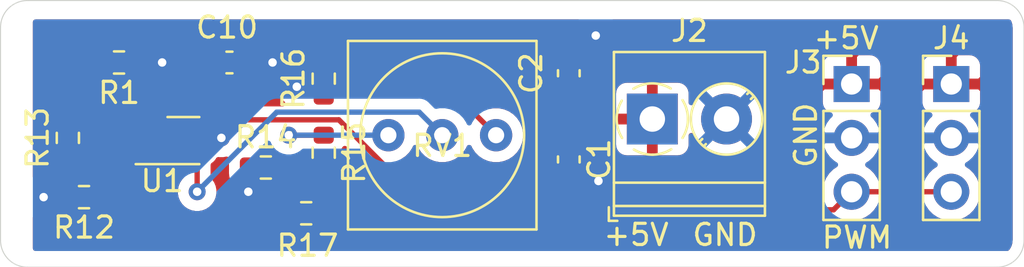
<source format=kicad_pcb>
(kicad_pcb (version 20171130) (host pcbnew "(5.1.8)-1")

  (general
    (thickness 1.6)
    (drawings 13)
    (tracks 53)
    (zones 0)
    (modules 15)
    (nets 10)
  )

  (page A4)
  (layers
    (0 F.Cu signal hide)
    (31 B.Cu signal hide)
    (32 B.Adhes user)
    (33 F.Adhes user)
    (34 B.Paste user)
    (35 F.Paste user)
    (36 B.SilkS user)
    (37 F.SilkS user)
    (38 B.Mask user)
    (39 F.Mask user)
    (40 Dwgs.User user)
    (41 Cmts.User user)
    (42 Eco1.User user)
    (43 Eco2.User user)
    (44 Edge.Cuts user)
    (45 Margin user)
    (46 B.CrtYd user)
    (47 F.CrtYd user)
    (48 B.Fab user)
    (49 F.Fab user hide)
  )

  (setup
    (last_trace_width 0.25)
    (trace_clearance 0.2)
    (zone_clearance 0.508)
    (zone_45_only no)
    (trace_min 0.2)
    (via_size 0.8)
    (via_drill 0.4)
    (via_min_size 0.4)
    (via_min_drill 0.3)
    (uvia_size 0.3)
    (uvia_drill 0.1)
    (uvias_allowed no)
    (uvia_min_size 0.2)
    (uvia_min_drill 0.1)
    (edge_width 0.05)
    (segment_width 0.2)
    (pcb_text_width 0.3)
    (pcb_text_size 1.5 1.5)
    (mod_edge_width 0.12)
    (mod_text_size 1 1)
    (mod_text_width 0.15)
    (pad_size 1.7 1.7)
    (pad_drill 1)
    (pad_to_mask_clearance 0)
    (aux_axis_origin 0 0)
    (visible_elements 7FFFFFFF)
    (pcbplotparams
      (layerselection 0x010fc_ffffffff)
      (usegerberextensions false)
      (usegerberattributes true)
      (usegerberadvancedattributes true)
      (creategerberjobfile true)
      (excludeedgelayer true)
      (linewidth 0.100000)
      (plotframeref false)
      (viasonmask false)
      (mode 1)
      (useauxorigin false)
      (hpglpennumber 1)
      (hpglpenspeed 20)
      (hpglpendiameter 15.000000)
      (psnegative false)
      (psa4output false)
      (plotreference true)
      (plotvalue true)
      (plotinvisibletext false)
      (padsonsilk false)
      (subtractmaskfromsilk false)
      (outputformat 1)
      (mirror false)
      (drillshape 1)
      (scaleselection 1)
      (outputdirectory ""))
  )

  (net 0 "")
  (net 1 GND)
  (net 2 +5V)
  (net 3 /PWM)
  (net 4 "Net-(R1-Pad2)")
  (net 5 "Net-(R12-Pad1)")
  (net 6 "Net-(R14-Pad2)")
  (net 7 "Net-(R15-Pad1)")
  (net 8 "Net-(R16-Pad2)")
  (net 9 /IN)

  (net_class Default "This is the default net class."
    (clearance 0.2)
    (trace_width 0.25)
    (via_dia 0.8)
    (via_drill 0.4)
    (uvia_dia 0.3)
    (uvia_drill 0.1)
    (add_net +5V)
    (add_net /IN)
    (add_net /PWM)
    (add_net GND)
    (add_net "Net-(R1-Pad2)")
    (add_net "Net-(R12-Pad1)")
    (add_net "Net-(R14-Pad2)")
    (add_net "Net-(R15-Pad1)")
    (add_net "Net-(R16-Pad2)")
  )

  (module Connector_PinHeader_2.54mm:PinHeader_1x03_P2.54mm_Vertical (layer F.Cu) (tedit 59FED5CC) (tstamp 5FFFA247)
    (at 153.289 41.656)
    (descr "Through hole straight pin header, 1x03, 2.54mm pitch, single row")
    (tags "Through hole pin header THT 1x03 2.54mm single row")
    (path /5FA7B2EB)
    (fp_text reference J4 (at 0 -2.159) (layer F.SilkS)
      (effects (font (size 1 1) (thickness 0.15)))
    )
    (fp_text value Conn_01x03_Male (at 0 7.41) (layer F.Fab)
      (effects (font (size 1 1) (thickness 0.15)))
    )
    (fp_line (start -0.635 -1.27) (end 1.27 -1.27) (layer F.Fab) (width 0.1))
    (fp_line (start 1.27 -1.27) (end 1.27 6.35) (layer F.Fab) (width 0.1))
    (fp_line (start 1.27 6.35) (end -1.27 6.35) (layer F.Fab) (width 0.1))
    (fp_line (start -1.27 6.35) (end -1.27 -0.635) (layer F.Fab) (width 0.1))
    (fp_line (start -1.27 -0.635) (end -0.635 -1.27) (layer F.Fab) (width 0.1))
    (fp_line (start -1.33 6.41) (end 1.33 6.41) (layer F.SilkS) (width 0.12))
    (fp_line (start -1.33 1.27) (end -1.33 6.41) (layer F.SilkS) (width 0.12))
    (fp_line (start 1.33 1.27) (end 1.33 6.41) (layer F.SilkS) (width 0.12))
    (fp_line (start -1.33 1.27) (end 1.33 1.27) (layer F.SilkS) (width 0.12))
    (fp_line (start -1.33 0) (end -1.33 -1.33) (layer F.SilkS) (width 0.12))
    (fp_line (start -1.33 -1.33) (end 0 -1.33) (layer F.SilkS) (width 0.12))
    (fp_line (start -1.8 -1.8) (end -1.8 6.85) (layer F.CrtYd) (width 0.05))
    (fp_line (start -1.8 6.85) (end 1.8 6.85) (layer F.CrtYd) (width 0.05))
    (fp_line (start 1.8 6.85) (end 1.8 -1.8) (layer F.CrtYd) (width 0.05))
    (fp_line (start 1.8 -1.8) (end -1.8 -1.8) (layer F.CrtYd) (width 0.05))
    (fp_text user %R (at 0 2.54 90) (layer F.Fab)
      (effects (font (size 1 1) (thickness 0.15)))
    )
    (pad 3 thru_hole oval (at 0 5.08) (size 1.7 1.7) (drill 1) (layers *.Cu *.Mask)
      (net 3 /PWM))
    (pad 2 thru_hole oval (at 0 2.54) (size 1.7 1.7) (drill 1) (layers *.Cu *.Mask)
      (net 1 GND))
    (pad 1 thru_hole rect (at 0 0) (size 1.7 1.7) (drill 1) (layers *.Cu *.Mask)
      (net 2 +5V))
    (model ${KISYS3DMOD}/Connector_PinHeader_2.54mm.3dshapes/PinHeader_1x03_P2.54mm_Vertical.wrl
      (at (xyz 0 0 0))
      (scale (xyz 1 1 1))
      (rotate (xyz 0 0 0))
    )
  )

  (module Capacitor_SMD:C_0603_1608Metric (layer F.Cu) (tedit 5F68FEEE) (tstamp 5FFF35CA)
    (at 135.255 45.212 270)
    (descr "Capacitor SMD 0603 (1608 Metric), square (rectangular) end terminal, IPC_7351 nominal, (Body size source: IPC-SM-782 page 76, https://www.pcb-3d.com/wordpress/wp-content/uploads/ipc-sm-782a_amendment_1_and_2.pdf), generated with kicad-footprint-generator")
    (tags capacitor)
    (path /5FA67BE7)
    (attr smd)
    (fp_text reference C1 (at 0 -1.43 90) (layer F.SilkS)
      (effects (font (size 1 1) (thickness 0.15)))
    )
    (fp_text value 0.1u (at 0 1.43 90) (layer F.Fab)
      (effects (font (size 1 1) (thickness 0.15)))
    )
    (fp_line (start -0.8 0.4) (end -0.8 -0.4) (layer F.Fab) (width 0.1))
    (fp_line (start -0.8 -0.4) (end 0.8 -0.4) (layer F.Fab) (width 0.1))
    (fp_line (start 0.8 -0.4) (end 0.8 0.4) (layer F.Fab) (width 0.1))
    (fp_line (start 0.8 0.4) (end -0.8 0.4) (layer F.Fab) (width 0.1))
    (fp_line (start -0.14058 -0.51) (end 0.14058 -0.51) (layer F.SilkS) (width 0.12))
    (fp_line (start -0.14058 0.51) (end 0.14058 0.51) (layer F.SilkS) (width 0.12))
    (fp_line (start -1.48 0.73) (end -1.48 -0.73) (layer F.CrtYd) (width 0.05))
    (fp_line (start -1.48 -0.73) (end 1.48 -0.73) (layer F.CrtYd) (width 0.05))
    (fp_line (start 1.48 -0.73) (end 1.48 0.73) (layer F.CrtYd) (width 0.05))
    (fp_line (start 1.48 0.73) (end -1.48 0.73) (layer F.CrtYd) (width 0.05))
    (fp_text user %R (at 0 0 90) (layer F.Fab)
      (effects (font (size 0.4 0.4) (thickness 0.06)))
    )
    (pad 2 smd roundrect (at 0.775 0 270) (size 0.9 0.95) (layers F.Cu F.Paste F.Mask) (roundrect_rratio 0.25)
      (net 1 GND))
    (pad 1 smd roundrect (at -0.775 0 270) (size 0.9 0.95) (layers F.Cu F.Paste F.Mask) (roundrect_rratio 0.25)
      (net 2 +5V))
    (model ${KISYS3DMOD}/Capacitor_SMD.3dshapes/C_0603_1608Metric.wrl
      (at (xyz 0 0 0))
      (scale (xyz 1 1 1))
      (rotate (xyz 0 0 0))
    )
  )

  (module Capacitor_SMD:C_0603_1608Metric (layer F.Cu) (tedit 5F68FEEE) (tstamp 5FFF35DB)
    (at 135.255 41.148 90)
    (descr "Capacitor SMD 0603 (1608 Metric), square (rectangular) end terminal, IPC_7351 nominal, (Body size source: IPC-SM-782 page 76, https://www.pcb-3d.com/wordpress/wp-content/uploads/ipc-sm-782a_amendment_1_and_2.pdf), generated with kicad-footprint-generator")
    (tags capacitor)
    (path /5FA66D53)
    (attr smd)
    (fp_text reference C2 (at 0 -1.778 90) (layer F.SilkS)
      (effects (font (size 1 1) (thickness 0.15)))
    )
    (fp_text value 0.1u (at 0 1.43 90) (layer F.Fab)
      (effects (font (size 1 1) (thickness 0.15)))
    )
    (fp_line (start 1.48 0.73) (end -1.48 0.73) (layer F.CrtYd) (width 0.05))
    (fp_line (start 1.48 -0.73) (end 1.48 0.73) (layer F.CrtYd) (width 0.05))
    (fp_line (start -1.48 -0.73) (end 1.48 -0.73) (layer F.CrtYd) (width 0.05))
    (fp_line (start -1.48 0.73) (end -1.48 -0.73) (layer F.CrtYd) (width 0.05))
    (fp_line (start -0.14058 0.51) (end 0.14058 0.51) (layer F.SilkS) (width 0.12))
    (fp_line (start -0.14058 -0.51) (end 0.14058 -0.51) (layer F.SilkS) (width 0.12))
    (fp_line (start 0.8 0.4) (end -0.8 0.4) (layer F.Fab) (width 0.1))
    (fp_line (start 0.8 -0.4) (end 0.8 0.4) (layer F.Fab) (width 0.1))
    (fp_line (start -0.8 -0.4) (end 0.8 -0.4) (layer F.Fab) (width 0.1))
    (fp_line (start -0.8 0.4) (end -0.8 -0.4) (layer F.Fab) (width 0.1))
    (fp_text user %R (at 0 0 90) (layer F.Fab)
      (effects (font (size 0.4 0.4) (thickness 0.06)))
    )
    (pad 1 smd roundrect (at -0.775 0 90) (size 0.9 0.95) (layers F.Cu F.Paste F.Mask) (roundrect_rratio 0.25)
      (net 2 +5V))
    (pad 2 smd roundrect (at 0.775 0 90) (size 0.9 0.95) (layers F.Cu F.Paste F.Mask) (roundrect_rratio 0.25)
      (net 1 GND))
    (model ${KISYS3DMOD}/Capacitor_SMD.3dshapes/C_0603_1608Metric.wrl
      (at (xyz 0 0 0))
      (scale (xyz 1 1 1))
      (rotate (xyz 0 0 0))
    )
  )

  (module Capacitor_SMD:C_0603_1608Metric (layer F.Cu) (tedit 5F68FEEE) (tstamp 5FFF35EC)
    (at 119.253 40.64 180)
    (descr "Capacitor SMD 0603 (1608 Metric), square (rectangular) end terminal, IPC_7351 nominal, (Body size source: IPC-SM-782 page 76, https://www.pcb-3d.com/wordpress/wp-content/uploads/ipc-sm-782a_amendment_1_and_2.pdf), generated with kicad-footprint-generator")
    (tags capacitor)
    (path /5FE4181E)
    (attr smd)
    (fp_text reference C10 (at 0.114 1.651) (layer F.SilkS)
      (effects (font (size 1 1) (thickness 0.15)))
    )
    (fp_text value 0.1u (at 0 1.43) (layer F.Fab)
      (effects (font (size 1 1) (thickness 0.15)))
    )
    (fp_line (start 1.48 0.73) (end -1.48 0.73) (layer F.CrtYd) (width 0.05))
    (fp_line (start 1.48 -0.73) (end 1.48 0.73) (layer F.CrtYd) (width 0.05))
    (fp_line (start -1.48 -0.73) (end 1.48 -0.73) (layer F.CrtYd) (width 0.05))
    (fp_line (start -1.48 0.73) (end -1.48 -0.73) (layer F.CrtYd) (width 0.05))
    (fp_line (start -0.14058 0.51) (end 0.14058 0.51) (layer F.SilkS) (width 0.12))
    (fp_line (start -0.14058 -0.51) (end 0.14058 -0.51) (layer F.SilkS) (width 0.12))
    (fp_line (start 0.8 0.4) (end -0.8 0.4) (layer F.Fab) (width 0.1))
    (fp_line (start 0.8 -0.4) (end 0.8 0.4) (layer F.Fab) (width 0.1))
    (fp_line (start -0.8 -0.4) (end 0.8 -0.4) (layer F.Fab) (width 0.1))
    (fp_line (start -0.8 0.4) (end -0.8 -0.4) (layer F.Fab) (width 0.1))
    (fp_text user %R (at 0 0) (layer F.Fab)
      (effects (font (size 0.4 0.4) (thickness 0.06)))
    )
    (pad 1 smd roundrect (at -0.775 0 180) (size 0.9 0.95) (layers F.Cu F.Paste F.Mask) (roundrect_rratio 0.25)
      (net 1 GND))
    (pad 2 smd roundrect (at 0.775 0 180) (size 0.9 0.95) (layers F.Cu F.Paste F.Mask) (roundrect_rratio 0.25)
      (net 2 +5V))
    (model ${KISYS3DMOD}/Capacitor_SMD.3dshapes/C_0603_1608Metric.wrl
      (at (xyz 0 0 0))
      (scale (xyz 1 1 1))
      (rotate (xyz 0 0 0))
    )
  )

  (module TerminalBlock_Phoenix:TerminalBlock_Phoenix_PT-1,5-2-3.5-H_1x02_P3.50mm_Horizontal (layer F.Cu) (tedit 5B294F3F) (tstamp 5FFF3616)
    (at 139.192 43.307)
    (descr "Terminal Block Phoenix PT-1,5-2-3.5-H, 2 pins, pitch 3.5mm, size 7x7.6mm^2, drill diamater 1.2mm, pad diameter 2.4mm, see , script-generated using https://github.com/pointhi/kicad-footprint-generator/scripts/TerminalBlock_Phoenix")
    (tags "THT Terminal Block Phoenix PT-1,5-2-3.5-H pitch 3.5mm size 7x7.6mm^2 drill 1.2mm pad 2.4mm")
    (path /5FA59775)
    (fp_text reference J2 (at 1.75 -4.16) (layer F.SilkS)
      (effects (font (size 1 1) (thickness 0.15)))
    )
    (fp_text value Screw_Terminal_01x02 (at 1.75 5.56) (layer F.Fab)
      (effects (font (size 1 1) (thickness 0.15)))
    )
    (fp_line (start 5.75 -3.6) (end -2.25 -3.6) (layer F.CrtYd) (width 0.05))
    (fp_line (start 5.75 5) (end 5.75 -3.6) (layer F.CrtYd) (width 0.05))
    (fp_line (start -2.25 5) (end 5.75 5) (layer F.CrtYd) (width 0.05))
    (fp_line (start -2.25 -3.6) (end -2.25 5) (layer F.CrtYd) (width 0.05))
    (fp_line (start -2.05 4.8) (end -1.65 4.8) (layer F.SilkS) (width 0.12))
    (fp_line (start -2.05 4.16) (end -2.05 4.8) (layer F.SilkS) (width 0.12))
    (fp_line (start 2.355 0.941) (end 2.226 1.069) (layer F.SilkS) (width 0.12))
    (fp_line (start 4.57 -1.275) (end 4.476 -1.181) (layer F.SilkS) (width 0.12))
    (fp_line (start 2.525 1.181) (end 2.431 1.274) (layer F.SilkS) (width 0.12))
    (fp_line (start 4.775 -1.069) (end 4.646 -0.941) (layer F.SilkS) (width 0.12))
    (fp_line (start 4.455 -1.138) (end 2.363 0.955) (layer F.Fab) (width 0.1))
    (fp_line (start 4.638 -0.955) (end 2.546 1.138) (layer F.Fab) (width 0.1))
    (fp_line (start 0.955 -1.138) (end -1.138 0.955) (layer F.Fab) (width 0.1))
    (fp_line (start 1.138 -0.955) (end -0.955 1.138) (layer F.Fab) (width 0.1))
    (fp_line (start 5.31 -3.16) (end 5.31 4.56) (layer F.SilkS) (width 0.12))
    (fp_line (start -1.81 -3.16) (end -1.81 4.56) (layer F.SilkS) (width 0.12))
    (fp_line (start -1.81 4.56) (end 5.31 4.56) (layer F.SilkS) (width 0.12))
    (fp_line (start -1.81 -3.16) (end 5.31 -3.16) (layer F.SilkS) (width 0.12))
    (fp_line (start -1.81 3) (end 5.31 3) (layer F.SilkS) (width 0.12))
    (fp_line (start -1.75 3) (end 5.25 3) (layer F.Fab) (width 0.1))
    (fp_line (start -1.81 4.1) (end 5.31 4.1) (layer F.SilkS) (width 0.12))
    (fp_line (start -1.75 4.1) (end 5.25 4.1) (layer F.Fab) (width 0.1))
    (fp_line (start -1.75 4.1) (end -1.75 -3.1) (layer F.Fab) (width 0.1))
    (fp_line (start -1.35 4.5) (end -1.75 4.1) (layer F.Fab) (width 0.1))
    (fp_line (start 5.25 4.5) (end -1.35 4.5) (layer F.Fab) (width 0.1))
    (fp_line (start 5.25 -3.1) (end 5.25 4.5) (layer F.Fab) (width 0.1))
    (fp_line (start -1.75 -3.1) (end 5.25 -3.1) (layer F.Fab) (width 0.1))
    (fp_circle (center 3.5 0) (end 5.18 0) (layer F.SilkS) (width 0.12))
    (fp_circle (center 3.5 0) (end 5 0) (layer F.Fab) (width 0.1))
    (fp_circle (center 0 0) (end 1.5 0) (layer F.Fab) (width 0.1))
    (fp_arc (start 0 0) (end 0 1.68) (angle -32) (layer F.SilkS) (width 0.12))
    (fp_arc (start 0 0) (end 1.425 0.891) (angle -64) (layer F.SilkS) (width 0.12))
    (fp_arc (start 0 0) (end 0.866 -1.44) (angle -63) (layer F.SilkS) (width 0.12))
    (fp_arc (start 0 0) (end -1.44 -0.866) (angle -63) (layer F.SilkS) (width 0.12))
    (fp_arc (start 0 0) (end -0.866 1.44) (angle -32) (layer F.SilkS) (width 0.12))
    (fp_text user %R (at 1.75 2.4) (layer F.Fab)
      (effects (font (size 1 1) (thickness 0.15)))
    )
    (pad 1 thru_hole rect (at 0 0) (size 2.4 2.4) (drill 1.2) (layers *.Cu *.Mask)
      (net 2 +5V))
    (pad 2 thru_hole circle (at 3.5 0) (size 2.4 2.4) (drill 1.2) (layers *.Cu *.Mask)
      (net 1 GND))
    (model ${KISYS3DMOD}/TerminalBlock_Phoenix.3dshapes/TerminalBlock_Phoenix_PT-1,5-2-3.5-H_1x02_P3.50mm_Horizontal.wrl
      (at (xyz 0 0 0))
      (scale (xyz 1 1 1))
      (rotate (xyz 0 0 0))
    )
  )

  (module Connector_PinHeader_2.54mm:PinHeader_1x03_P2.54mm_Vertical (layer F.Cu) (tedit 59FED5CC) (tstamp 5FFF362D)
    (at 148.59 41.656)
    (descr "Through hole straight pin header, 1x03, 2.54mm pitch, single row")
    (tags "Through hole pin header THT 1x03 2.54mm single row")
    (path /5FA7B2EB)
    (fp_text reference J3 (at -2.286 -1.016) (layer F.SilkS)
      (effects (font (size 1 1) (thickness 0.15)))
    )
    (fp_text value Conn_01x03_Male (at 0 7.41) (layer F.Fab)
      (effects (font (size 1 1) (thickness 0.15)))
    )
    (fp_line (start 1.8 -1.8) (end -1.8 -1.8) (layer F.CrtYd) (width 0.05))
    (fp_line (start 1.8 6.85) (end 1.8 -1.8) (layer F.CrtYd) (width 0.05))
    (fp_line (start -1.8 6.85) (end 1.8 6.85) (layer F.CrtYd) (width 0.05))
    (fp_line (start -1.8 -1.8) (end -1.8 6.85) (layer F.CrtYd) (width 0.05))
    (fp_line (start -1.33 -1.33) (end 0 -1.33) (layer F.SilkS) (width 0.12))
    (fp_line (start -1.33 0) (end -1.33 -1.33) (layer F.SilkS) (width 0.12))
    (fp_line (start -1.33 1.27) (end 1.33 1.27) (layer F.SilkS) (width 0.12))
    (fp_line (start 1.33 1.27) (end 1.33 6.41) (layer F.SilkS) (width 0.12))
    (fp_line (start -1.33 1.27) (end -1.33 6.41) (layer F.SilkS) (width 0.12))
    (fp_line (start -1.33 6.41) (end 1.33 6.41) (layer F.SilkS) (width 0.12))
    (fp_line (start -1.27 -0.635) (end -0.635 -1.27) (layer F.Fab) (width 0.1))
    (fp_line (start -1.27 6.35) (end -1.27 -0.635) (layer F.Fab) (width 0.1))
    (fp_line (start 1.27 6.35) (end -1.27 6.35) (layer F.Fab) (width 0.1))
    (fp_line (start 1.27 -1.27) (end 1.27 6.35) (layer F.Fab) (width 0.1))
    (fp_line (start -0.635 -1.27) (end 1.27 -1.27) (layer F.Fab) (width 0.1))
    (fp_text user %R (at 0 2.54 90) (layer F.Fab)
      (effects (font (size 1 1) (thickness 0.15)))
    )
    (pad 1 thru_hole rect (at 0 0) (size 1.7 1.7) (drill 1) (layers *.Cu *.Mask)
      (net 2 +5V))
    (pad 2 thru_hole oval (at 0 2.54) (size 1.7 1.7) (drill 1) (layers *.Cu *.Mask)
      (net 1 GND))
    (pad 3 thru_hole oval (at 0 5.08) (size 1.7 1.7) (drill 1) (layers *.Cu *.Mask)
      (net 3 /PWM))
    (model ${KISYS3DMOD}/Connector_PinHeader_2.54mm.3dshapes/PinHeader_1x03_P2.54mm_Vertical.wrl
      (at (xyz 0 0 0))
      (scale (xyz 1 1 1))
      (rotate (xyz 0 0 0))
    )
  )

  (module Resistor_SMD:R_0603_1608Metric (layer F.Cu) (tedit 5F68FEEE) (tstamp 5FFF363E)
    (at 114.046 40.64 180)
    (descr "Resistor SMD 0603 (1608 Metric), square (rectangular) end terminal, IPC_7351 nominal, (Body size source: IPC-SM-782 page 72, https://www.pcb-3d.com/wordpress/wp-content/uploads/ipc-sm-782a_amendment_1_and_2.pdf), generated with kicad-footprint-generator")
    (tags resistor)
    (path /5FD656A8)
    (attr smd)
    (fp_text reference R1 (at 0 -1.43) (layer F.SilkS)
      (effects (font (size 1 1) (thickness 0.15)))
    )
    (fp_text value 102k (at 0 1.43) (layer F.Fab)
      (effects (font (size 1 1) (thickness 0.15)))
    )
    (fp_line (start 1.48 0.73) (end -1.48 0.73) (layer F.CrtYd) (width 0.05))
    (fp_line (start 1.48 -0.73) (end 1.48 0.73) (layer F.CrtYd) (width 0.05))
    (fp_line (start -1.48 -0.73) (end 1.48 -0.73) (layer F.CrtYd) (width 0.05))
    (fp_line (start -1.48 0.73) (end -1.48 -0.73) (layer F.CrtYd) (width 0.05))
    (fp_line (start -0.237258 0.5225) (end 0.237258 0.5225) (layer F.SilkS) (width 0.12))
    (fp_line (start -0.237258 -0.5225) (end 0.237258 -0.5225) (layer F.SilkS) (width 0.12))
    (fp_line (start 0.8 0.4125) (end -0.8 0.4125) (layer F.Fab) (width 0.1))
    (fp_line (start 0.8 -0.4125) (end 0.8 0.4125) (layer F.Fab) (width 0.1))
    (fp_line (start -0.8 -0.4125) (end 0.8 -0.4125) (layer F.Fab) (width 0.1))
    (fp_line (start -0.8 0.4125) (end -0.8 -0.4125) (layer F.Fab) (width 0.1))
    (fp_text user %R (at 0 0) (layer F.Fab)
      (effects (font (size 0.4 0.4) (thickness 0.06)))
    )
    (pad 1 smd roundrect (at -0.825 0 180) (size 0.8 0.95) (layers F.Cu F.Paste F.Mask) (roundrect_rratio 0.25)
      (net 1 GND))
    (pad 2 smd roundrect (at 0.825 0 180) (size 0.8 0.95) (layers F.Cu F.Paste F.Mask) (roundrect_rratio 0.25)
      (net 4 "Net-(R1-Pad2)"))
    (model ${KISYS3DMOD}/Resistor_SMD.3dshapes/R_0603_1608Metric.wrl
      (at (xyz 0 0 0))
      (scale (xyz 1 1 1))
      (rotate (xyz 0 0 0))
    )
  )

  (module Resistor_SMD:R_0603_1608Metric (layer F.Cu) (tedit 5F68FEEE) (tstamp 5FFF364F)
    (at 112.395 46.99 180)
    (descr "Resistor SMD 0603 (1608 Metric), square (rectangular) end terminal, IPC_7351 nominal, (Body size source: IPC-SM-782 page 72, https://www.pcb-3d.com/wordpress/wp-content/uploads/ipc-sm-782a_amendment_1_and_2.pdf), generated with kicad-footprint-generator")
    (tags resistor)
    (path /5FD4855E)
    (attr smd)
    (fp_text reference R12 (at 0 -1.43) (layer F.SilkS)
      (effects (font (size 1 1) (thickness 0.15)))
    )
    (fp_text value 619k (at 0 1.43) (layer F.Fab)
      (effects (font (size 1 1) (thickness 0.15)))
    )
    (fp_line (start 1.48 0.73) (end -1.48 0.73) (layer F.CrtYd) (width 0.05))
    (fp_line (start 1.48 -0.73) (end 1.48 0.73) (layer F.CrtYd) (width 0.05))
    (fp_line (start -1.48 -0.73) (end 1.48 -0.73) (layer F.CrtYd) (width 0.05))
    (fp_line (start -1.48 0.73) (end -1.48 -0.73) (layer F.CrtYd) (width 0.05))
    (fp_line (start -0.237258 0.5225) (end 0.237258 0.5225) (layer F.SilkS) (width 0.12))
    (fp_line (start -0.237258 -0.5225) (end 0.237258 -0.5225) (layer F.SilkS) (width 0.12))
    (fp_line (start 0.8 0.4125) (end -0.8 0.4125) (layer F.Fab) (width 0.1))
    (fp_line (start 0.8 -0.4125) (end 0.8 0.4125) (layer F.Fab) (width 0.1))
    (fp_line (start -0.8 -0.4125) (end 0.8 -0.4125) (layer F.Fab) (width 0.1))
    (fp_line (start -0.8 0.4125) (end -0.8 -0.4125) (layer F.Fab) (width 0.1))
    (fp_text user %R (at 0 0) (layer F.Fab)
      (effects (font (size 0.4 0.4) (thickness 0.06)))
    )
    (pad 1 smd roundrect (at -0.825 0 180) (size 0.8 0.95) (layers F.Cu F.Paste F.Mask) (roundrect_rratio 0.25)
      (net 5 "Net-(R12-Pad1)"))
    (pad 2 smd roundrect (at 0.825 0 180) (size 0.8 0.95) (layers F.Cu F.Paste F.Mask) (roundrect_rratio 0.25)
      (net 1 GND))
    (model ${KISYS3DMOD}/Resistor_SMD.3dshapes/R_0603_1608Metric.wrl
      (at (xyz 0 0 0))
      (scale (xyz 1 1 1))
      (rotate (xyz 0 0 0))
    )
  )

  (module Resistor_SMD:R_0603_1608Metric (layer F.Cu) (tedit 5F68FEEE) (tstamp 5FFF3660)
    (at 111.633 44.196 90)
    (descr "Resistor SMD 0603 (1608 Metric), square (rectangular) end terminal, IPC_7351 nominal, (Body size source: IPC-SM-782 page 72, https://www.pcb-3d.com/wordpress/wp-content/uploads/ipc-sm-782a_amendment_1_and_2.pdf), generated with kicad-footprint-generator")
    (tags resistor)
    (path /5FD64D2B)
    (attr smd)
    (fp_text reference R13 (at 0 -1.43 90) (layer F.SilkS)
      (effects (font (size 1 1) (thickness 0.15)))
    )
    (fp_text value 976k (at 0 1.43 90) (layer F.Fab)
      (effects (font (size 1 1) (thickness 0.15)))
    )
    (fp_line (start -0.8 0.4125) (end -0.8 -0.4125) (layer F.Fab) (width 0.1))
    (fp_line (start -0.8 -0.4125) (end 0.8 -0.4125) (layer F.Fab) (width 0.1))
    (fp_line (start 0.8 -0.4125) (end 0.8 0.4125) (layer F.Fab) (width 0.1))
    (fp_line (start 0.8 0.4125) (end -0.8 0.4125) (layer F.Fab) (width 0.1))
    (fp_line (start -0.237258 -0.5225) (end 0.237258 -0.5225) (layer F.SilkS) (width 0.12))
    (fp_line (start -0.237258 0.5225) (end 0.237258 0.5225) (layer F.SilkS) (width 0.12))
    (fp_line (start -1.48 0.73) (end -1.48 -0.73) (layer F.CrtYd) (width 0.05))
    (fp_line (start -1.48 -0.73) (end 1.48 -0.73) (layer F.CrtYd) (width 0.05))
    (fp_line (start 1.48 -0.73) (end 1.48 0.73) (layer F.CrtYd) (width 0.05))
    (fp_line (start 1.48 0.73) (end -1.48 0.73) (layer F.CrtYd) (width 0.05))
    (fp_text user %R (at 0.095999 0 90) (layer F.Fab)
      (effects (font (size 0.4 0.4) (thickness 0.06)))
    )
    (pad 2 smd roundrect (at 0.825 0 90) (size 0.8 0.95) (layers F.Cu F.Paste F.Mask) (roundrect_rratio 0.25)
      (net 2 +5V))
    (pad 1 smd roundrect (at -0.825 0 90) (size 0.8 0.95) (layers F.Cu F.Paste F.Mask) (roundrect_rratio 0.25)
      (net 4 "Net-(R1-Pad2)"))
    (model ${KISYS3DMOD}/Resistor_SMD.3dshapes/R_0603_1608Metric.wrl
      (at (xyz 0 0 0))
      (scale (xyz 1 1 1))
      (rotate (xyz 0 0 0))
    )
  )

  (module Resistor_SMD:R_0603_1608Metric (layer F.Cu) (tedit 5F68FEEE) (tstamp 5FFF3671)
    (at 120.967 45.593)
    (descr "Resistor SMD 0603 (1608 Metric), square (rectangular) end terminal, IPC_7351 nominal, (Body size source: IPC-SM-782 page 72, https://www.pcb-3d.com/wordpress/wp-content/uploads/ipc-sm-782a_amendment_1_and_2.pdf), generated with kicad-footprint-generator")
    (tags resistor)
    (path /5FD9456F)
    (attr smd)
    (fp_text reference R14 (at 0 -1.43) (layer F.SilkS)
      (effects (font (size 1 1) (thickness 0.15)))
    )
    (fp_text value 50k (at 0 1.43) (layer F.Fab)
      (effects (font (size 1 1) (thickness 0.15)))
    )
    (fp_line (start 1.48 0.73) (end -1.48 0.73) (layer F.CrtYd) (width 0.05))
    (fp_line (start 1.48 -0.73) (end 1.48 0.73) (layer F.CrtYd) (width 0.05))
    (fp_line (start -1.48 -0.73) (end 1.48 -0.73) (layer F.CrtYd) (width 0.05))
    (fp_line (start -1.48 0.73) (end -1.48 -0.73) (layer F.CrtYd) (width 0.05))
    (fp_line (start -0.237258 0.5225) (end 0.237258 0.5225) (layer F.SilkS) (width 0.12))
    (fp_line (start -0.237258 -0.5225) (end 0.237258 -0.5225) (layer F.SilkS) (width 0.12))
    (fp_line (start 0.8 0.4125) (end -0.8 0.4125) (layer F.Fab) (width 0.1))
    (fp_line (start 0.8 -0.4125) (end 0.8 0.4125) (layer F.Fab) (width 0.1))
    (fp_line (start -0.8 -0.4125) (end 0.8 -0.4125) (layer F.Fab) (width 0.1))
    (fp_line (start -0.8 0.4125) (end -0.8 -0.4125) (layer F.Fab) (width 0.1))
    (fp_text user %R (at 0 0) (layer F.Fab)
      (effects (font (size 0.4 0.4) (thickness 0.06)))
    )
    (pad 1 smd roundrect (at -0.825 0) (size 0.8 0.95) (layers F.Cu F.Paste F.Mask) (roundrect_rratio 0.25)
      (net 1 GND))
    (pad 2 smd roundrect (at 0.825 0) (size 0.8 0.95) (layers F.Cu F.Paste F.Mask) (roundrect_rratio 0.25)
      (net 6 "Net-(R14-Pad2)"))
    (model ${KISYS3DMOD}/Resistor_SMD.3dshapes/R_0603_1608Metric.wrl
      (at (xyz 0 0 0))
      (scale (xyz 1 1 1))
      (rotate (xyz 0 0 0))
    )
  )

  (module Resistor_SMD:R_0603_1608Metric (layer F.Cu) (tedit 5F68FEEE) (tstamp 5FFF3682)
    (at 123.698 44.894 270)
    (descr "Resistor SMD 0603 (1608 Metric), square (rectangular) end terminal, IPC_7351 nominal, (Body size source: IPC-SM-782 page 72, https://www.pcb-3d.com/wordpress/wp-content/uploads/ipc-sm-782a_amendment_1_and_2.pdf), generated with kicad-footprint-generator")
    (tags resistor)
    (path /5FE7D689)
    (attr smd)
    (fp_text reference R15 (at 0 -1.43 90) (layer F.SilkS)
      (effects (font (size 1 1) (thickness 0.15)))
    )
    (fp_text value 1.25k (at 0 1.43 90) (layer F.Fab)
      (effects (font (size 1 1) (thickness 0.15)))
    )
    (fp_line (start -0.8 0.4125) (end -0.8 -0.4125) (layer F.Fab) (width 0.1))
    (fp_line (start -0.8 -0.4125) (end 0.8 -0.4125) (layer F.Fab) (width 0.1))
    (fp_line (start 0.8 -0.4125) (end 0.8 0.4125) (layer F.Fab) (width 0.1))
    (fp_line (start 0.8 0.4125) (end -0.8 0.4125) (layer F.Fab) (width 0.1))
    (fp_line (start -0.237258 -0.5225) (end 0.237258 -0.5225) (layer F.SilkS) (width 0.12))
    (fp_line (start -0.237258 0.5225) (end 0.237258 0.5225) (layer F.SilkS) (width 0.12))
    (fp_line (start -1.48 0.73) (end -1.48 -0.73) (layer F.CrtYd) (width 0.05))
    (fp_line (start -1.48 -0.73) (end 1.48 -0.73) (layer F.CrtYd) (width 0.05))
    (fp_line (start 1.48 -0.73) (end 1.48 0.73) (layer F.CrtYd) (width 0.05))
    (fp_line (start 1.48 0.73) (end -1.48 0.73) (layer F.CrtYd) (width 0.05))
    (fp_text user %R (at 0 0 90) (layer F.Fab)
      (effects (font (size 0.4 0.4) (thickness 0.06)))
    )
    (pad 2 smd roundrect (at 0.825 0 270) (size 0.8 0.95) (layers F.Cu F.Paste F.Mask) (roundrect_rratio 0.25)
      (net 6 "Net-(R14-Pad2)"))
    (pad 1 smd roundrect (at -0.825 0 270) (size 0.8 0.95) (layers F.Cu F.Paste F.Mask) (roundrect_rratio 0.25)
      (net 7 "Net-(R15-Pad1)"))
    (model ${KISYS3DMOD}/Resistor_SMD.3dshapes/R_0603_1608Metric.wrl
      (at (xyz 0 0 0))
      (scale (xyz 1 1 1))
      (rotate (xyz 0 0 0))
    )
  )

  (module Resistor_SMD:R_0603_1608Metric (layer F.Cu) (tedit 5F68FEEE) (tstamp 5FFF3693)
    (at 123.698 41.402 90)
    (descr "Resistor SMD 0603 (1608 Metric), square (rectangular) end terminal, IPC_7351 nominal, (Body size source: IPC-SM-782 page 72, https://www.pcb-3d.com/wordpress/wp-content/uploads/ipc-sm-782a_amendment_1_and_2.pdf), generated with kicad-footprint-generator")
    (tags resistor)
    (path /5FE7DB53)
    (attr smd)
    (fp_text reference R16 (at 0 -1.43 90) (layer F.SilkS)
      (effects (font (size 1 1) (thickness 0.15)))
    )
    (fp_text value 1.25k (at 0 1.43 90) (layer F.Fab)
      (effects (font (size 1 1) (thickness 0.15)))
    )
    (fp_line (start 1.48 0.73) (end -1.48 0.73) (layer F.CrtYd) (width 0.05))
    (fp_line (start 1.48 -0.73) (end 1.48 0.73) (layer F.CrtYd) (width 0.05))
    (fp_line (start -1.48 -0.73) (end 1.48 -0.73) (layer F.CrtYd) (width 0.05))
    (fp_line (start -1.48 0.73) (end -1.48 -0.73) (layer F.CrtYd) (width 0.05))
    (fp_line (start -0.237258 0.5225) (end 0.237258 0.5225) (layer F.SilkS) (width 0.12))
    (fp_line (start -0.237258 -0.5225) (end 0.237258 -0.5225) (layer F.SilkS) (width 0.12))
    (fp_line (start 0.8 0.4125) (end -0.8 0.4125) (layer F.Fab) (width 0.1))
    (fp_line (start 0.8 -0.4125) (end 0.8 0.4125) (layer F.Fab) (width 0.1))
    (fp_line (start -0.8 -0.4125) (end 0.8 -0.4125) (layer F.Fab) (width 0.1))
    (fp_line (start -0.8 0.4125) (end -0.8 -0.4125) (layer F.Fab) (width 0.1))
    (fp_text user %R (at 0 0 90) (layer F.Fab)
      (effects (font (size 0.4 0.4) (thickness 0.06)))
    )
    (pad 1 smd roundrect (at -0.825 0 90) (size 0.8 0.95) (layers F.Cu F.Paste F.Mask) (roundrect_rratio 0.25)
      (net 1 GND))
    (pad 2 smd roundrect (at 0.825 0 90) (size 0.8 0.95) (layers F.Cu F.Paste F.Mask) (roundrect_rratio 0.25)
      (net 8 "Net-(R16-Pad2)"))
    (model ${KISYS3DMOD}/Resistor_SMD.3dshapes/R_0603_1608Metric.wrl
      (at (xyz 0 0 0))
      (scale (xyz 1 1 1))
      (rotate (xyz 0 0 0))
    )
  )

  (module Resistor_SMD:R_0603_1608Metric (layer F.Cu) (tedit 5F68FEEE) (tstamp 5FFF36A4)
    (at 122.872 47.752)
    (descr "Resistor SMD 0603 (1608 Metric), square (rectangular) end terminal, IPC_7351 nominal, (Body size source: IPC-SM-782 page 72, https://www.pcb-3d.com/wordpress/wp-content/uploads/ipc-sm-782a_amendment_1_and_2.pdf), generated with kicad-footprint-generator")
    (tags resistor)
    (path /5FD95118)
    (attr smd)
    (fp_text reference R17 (at 0.064 1.524) (layer F.SilkS)
      (effects (font (size 1 1) (thickness 0.15)))
    )
    (fp_text value 40k (at 0 1.43) (layer F.Fab)
      (effects (font (size 1 1) (thickness 0.15)))
    )
    (fp_line (start -0.8 0.4125) (end -0.8 -0.4125) (layer F.Fab) (width 0.1))
    (fp_line (start -0.8 -0.4125) (end 0.8 -0.4125) (layer F.Fab) (width 0.1))
    (fp_line (start 0.8 -0.4125) (end 0.8 0.4125) (layer F.Fab) (width 0.1))
    (fp_line (start 0.8 0.4125) (end -0.8 0.4125) (layer F.Fab) (width 0.1))
    (fp_line (start -0.237258 -0.5225) (end 0.237258 -0.5225) (layer F.SilkS) (width 0.12))
    (fp_line (start -0.237258 0.5225) (end 0.237258 0.5225) (layer F.SilkS) (width 0.12))
    (fp_line (start -1.48 0.73) (end -1.48 -0.73) (layer F.CrtYd) (width 0.05))
    (fp_line (start -1.48 -0.73) (end 1.48 -0.73) (layer F.CrtYd) (width 0.05))
    (fp_line (start 1.48 -0.73) (end 1.48 0.73) (layer F.CrtYd) (width 0.05))
    (fp_line (start 1.48 0.73) (end -1.48 0.73) (layer F.CrtYd) (width 0.05))
    (fp_text user %R (at 0 0) (layer F.Fab)
      (effects (font (size 0.4 0.4) (thickness 0.06)))
    )
    (pad 2 smd roundrect (at 0.825 0) (size 0.8 0.95) (layers F.Cu F.Paste F.Mask) (roundrect_rratio 0.25)
      (net 6 "Net-(R14-Pad2)"))
    (pad 1 smd roundrect (at -0.825 0) (size 0.8 0.95) (layers F.Cu F.Paste F.Mask) (roundrect_rratio 0.25)
      (net 2 +5V))
    (model ${KISYS3DMOD}/Resistor_SMD.3dshapes/R_0603_1608Metric.wrl
      (at (xyz 0 0 0))
      (scale (xyz 1 1 1))
      (rotate (xyz 0 0 0))
    )
  )

  (module HS2_parts:oldpot (layer F.Cu) (tedit 5F9E89D3) (tstamp 5FFF36B0)
    (at 129.286 44.069)
    (path /5FA0A78B)
    (fp_text reference RV1 (at 0 0.5) (layer F.SilkS)
      (effects (font (size 1 1) (thickness 0.15)))
    )
    (fp_text value 10k (at 0 -0.5) (layer F.Fab)
      (effects (font (size 1 1) (thickness 0.15)))
    )
    (fp_circle (center 0 0) (end -0.635 3.81) (layer F.SilkS) (width 0.12))
    (fp_line (start 4.445 4.445) (end -4.445 4.445) (layer F.SilkS) (width 0.12))
    (fp_line (start 4.445 -4.445) (end 4.445 4.445) (layer F.SilkS) (width 0.12))
    (fp_line (start -4.445 -4.445) (end 4.445 -4.445) (layer F.SilkS) (width 0.12))
    (fp_line (start -4.445 4.445) (end -4.445 -4.445) (layer F.SilkS) (width 0.12))
    (pad 1 thru_hole circle (at -2.54 0) (size 1.524 1.524) (drill 0.762) (layers *.Cu *.Mask)
      (net 7 "Net-(R15-Pad1)"))
    (pad 2 thru_hole circle (at 0 0) (size 1.524 1.524) (drill 0.762) (layers *.Cu *.Mask)
      (net 9 /IN))
    (pad 3 thru_hole circle (at 2.54 0) (size 1.524 1.524) (drill 0.762) (layers *.Cu *.Mask)
      (net 8 "Net-(R16-Pad2)"))
  )

  (module Package_DFN_QFN:DFN-6-1EP_3x2mm_P0.5mm_EP1.65x1.35mm (layer F.Cu) (tedit 5DC5F54E) (tstamp 5FFF36CB)
    (at 116.332 44.323)
    (descr "DFN, 6 Pin (https://www.analog.com/media/en/package-pcb-resources/package/pkg_pdf/ltc-legacy-dfn/(DCB6)%20DFN%2005-08-1715%20Rev%20A.pdf), generated with kicad-footprint-generator ipc_noLead_generator.py")
    (tags "DFN NoLead")
    (path /5FCCF2DC)
    (attr smd)
    (fp_text reference U1 (at -0.254 1.905) (layer F.SilkS)
      (effects (font (size 1 1) (thickness 0.15)))
    )
    (fp_text value "LTC6992-1 (Rev. D)" (at 0 1.95) (layer F.Fab)
      (effects (font (size 1 1) (thickness 0.15)))
    )
    (fp_line (start 2.1 -1.25) (end -2.1 -1.25) (layer F.CrtYd) (width 0.05))
    (fp_line (start 2.1 1.25) (end 2.1 -1.25) (layer F.CrtYd) (width 0.05))
    (fp_line (start -2.1 1.25) (end 2.1 1.25) (layer F.CrtYd) (width 0.05))
    (fp_line (start -2.1 -1.25) (end -2.1 1.25) (layer F.CrtYd) (width 0.05))
    (fp_line (start -1.5 -0.5) (end -1 -1) (layer F.Fab) (width 0.1))
    (fp_line (start -1.5 1) (end -1.5 -0.5) (layer F.Fab) (width 0.1))
    (fp_line (start 1.5 1) (end -1.5 1) (layer F.Fab) (width 0.1))
    (fp_line (start 1.5 -1) (end 1.5 1) (layer F.Fab) (width 0.1))
    (fp_line (start -1 -1) (end 1.5 -1) (layer F.Fab) (width 0.1))
    (fp_line (start -1.5 1.11) (end 1.5 1.11) (layer F.SilkS) (width 0.12))
    (fp_line (start 0 -1.11) (end 1.5 -1.11) (layer F.SilkS) (width 0.12))
    (fp_text user %R (at 0.033999 0.017999) (layer F.Fab)
      (effects (font (size 0.75 0.75) (thickness 0.11)))
    )
    (pad 1 smd roundrect (at -1.4375 -0.5) (size 0.825 0.25) (layers F.Cu F.Paste F.Mask) (roundrect_rratio 0.25)
      (net 2 +5V))
    (pad 2 smd roundrect (at -1.4375 0) (size 0.825 0.25) (layers F.Cu F.Paste F.Mask) (roundrect_rratio 0.25)
      (net 4 "Net-(R1-Pad2)"))
    (pad 3 smd roundrect (at -1.4375 0.5) (size 0.825 0.25) (layers F.Cu F.Paste F.Mask) (roundrect_rratio 0.25)
      (net 5 "Net-(R12-Pad1)"))
    (pad 4 smd roundrect (at 1.4375 0.5) (size 0.825 0.25) (layers F.Cu F.Paste F.Mask) (roundrect_rratio 0.25)
      (net 9 /IN))
    (pad 5 smd roundrect (at 1.4375 0) (size 0.825 0.25) (layers F.Cu F.Paste F.Mask) (roundrect_rratio 0.25)
      (net 1 GND))
    (pad 6 smd roundrect (at 1.4375 -0.5) (size 0.825 0.25) (layers F.Cu F.Paste F.Mask) (roundrect_rratio 0.25)
      (net 3 /PWM))
    (pad 7 smd rect (at 0 0) (size 1.65 1.35) (layers F.Cu F.Mask))
    (pad "" smd roundrect (at -0.41 -0.34) (size 0.67 0.54) (layers F.Paste) (roundrect_rratio 0.25))
    (pad "" smd roundrect (at -0.41 0.34) (size 0.67 0.54) (layers F.Paste) (roundrect_rratio 0.25))
    (pad "" smd roundrect (at 0.41 -0.34) (size 0.67 0.54) (layers F.Paste) (roundrect_rratio 0.25))
    (pad "" smd roundrect (at 0.41 0.34) (size 0.67 0.54) (layers F.Paste) (roundrect_rratio 0.25))
    (model ${KISYS3DMOD}/Package_DFN_QFN.3dshapes/DFN-6-1EP_3x2mm_P0.5mm_EP1.65x1.35mm.wrl
      (at (xyz 0 0 0))
      (scale (xyz 1 1 1))
      (rotate (xyz 0 0 0))
    )
  )

  (gr_line (start 156.718 38.989) (end 156.718 49.022) (layer Edge.Cuts) (width 0.05) (tstamp 5FFFA1AB))
  (gr_line (start 108.458 38.989) (end 108.458 49.022) (layer Edge.Cuts) (width 0.05) (tstamp 5FFFA1A7))
  (gr_line (start 109.728 37.719) (end 155.448 37.719) (layer Edge.Cuts) (width 0.05) (tstamp 5FFFA05D))
  (gr_line (start 155.448 50.292) (end 109.728 50.292) (layer Edge.Cuts) (width 0.05) (tstamp 5FFFA05B))
  (gr_arc (start 109.728 38.989) (end 109.728 37.719) (angle -90) (layer Edge.Cuts) (width 0.05) (tstamp 5FFFA055))
  (gr_arc (start 109.728 49.022) (end 108.458 49.022) (angle -90) (layer Edge.Cuts) (width 0.05) (tstamp 5FFFA050))
  (gr_arc (start 155.448 49.022) (end 155.448 50.292) (angle -90) (layer Edge.Cuts) (width 0.05) (tstamp 5FFFA03F))
  (gr_arc (start 155.448 38.989) (end 156.718 38.989) (angle -90) (layer Edge.Cuts) (width 0.05))
  (gr_text PWM (at 148.844 48.895) (layer F.SilkS)
    (effects (font (size 1 1) (thickness 0.15)))
  )
  (gr_text GND (at 146.431 44.069 90) (layer F.SilkS) (tstamp 5FFF4757)
    (effects (font (size 1 1) (thickness 0.15)))
  )
  (gr_text GND (at 142.621 48.768) (layer F.SilkS)
    (effects (font (size 1 1) (thickness 0.15)))
  )
  (gr_text +5V (at 148.336 39.497) (layer F.SilkS) (tstamp 5FFF474E)
    (effects (font (size 1 1) (thickness 0.15)))
  )
  (gr_text +5V (at 138.43 48.768) (layer F.SilkS)
    (effects (font (size 1 1) (thickness 0.15)))
  )

  (via (at 110.49 46.99) (size 0.8) (drill 0.4) (layers F.Cu B.Cu) (net 1))
  (via (at 118.872 44.196) (size 0.8) (drill 0.4) (layers F.Cu B.Cu) (net 1))
  (via (at 121.285 40.64) (size 0.8) (drill 0.4) (layers F.Cu B.Cu) (net 1))
  (via (at 116.078 40.64) (size 0.8) (drill 0.4) (layers F.Cu B.Cu) (net 1))
  (via (at 120.142 46.736) (size 0.8) (drill 0.4) (layers F.Cu B.Cu) (net 1))
  (via (at 122.428 41.783) (size 0.8) (drill 0.4) (layers F.Cu B.Cu) (net 1))
  (via (at 136.525 39.37) (size 0.8) (drill 0.4) (layers F.Cu B.Cu) (net 1))
  (segment (start 135.522 40.373) (end 136.525 39.37) (width 0.25) (layer F.Cu) (net 1))
  (segment (start 135.255 40.373) (end 135.522 40.373) (width 0.25) (layer F.Cu) (net 1))
  (segment (start 123.254 41.783) (end 123.698 42.227) (width 0.25) (layer F.Cu) (net 1))
  (segment (start 122.428 41.783) (end 123.254 41.783) (width 0.25) (layer F.Cu) (net 1))
  (segment (start 121.285 40.64) (end 120.028 40.64) (width 0.25) (layer F.Cu) (net 1))
  (segment (start 116.078 40.64) (end 114.871 40.64) (width 0.25) (layer F.Cu) (net 1))
  (segment (start 110.49 46.99) (end 111.57 46.99) (width 0.25) (layer F.Cu) (net 1))
  (segment (start 118.745 44.323) (end 117.7695 44.323) (width 0.25) (layer F.Cu) (net 1))
  (segment (start 118.872 44.196) (end 118.745 44.323) (width 0.25) (layer F.Cu) (net 1))
  (segment (start 120.142 46.736) (end 120.142 45.593) (width 0.25) (layer F.Cu) (net 1))
  (via (at 136.652 46.228) (size 0.8) (drill 0.4) (layers F.Cu B.Cu) (net 1))
  (segment (start 136.411 45.987) (end 136.652 46.228) (width 0.25) (layer F.Cu) (net 1))
  (segment (start 135.255 45.987) (end 136.411 45.987) (width 0.25) (layer F.Cu) (net 1))
  (segment (start 148.59 44.196) (end 153.289 44.196) (width 0.25) (layer B.Cu) (net 1))
  (segment (start 114.8945 43.823) (end 114.8945 43.6475) (width 0.25) (layer F.Cu) (net 2))
  (segment (start 148.59 41.656) (end 153.289 41.656) (width 0.25) (layer F.Cu) (net 2))
  (segment (start 147.740001 47.585999) (end 148.59 46.736) (width 0.25) (layer F.Cu) (net 3))
  (segment (start 128.654237 47.585999) (end 147.740001 47.585999) (width 0.25) (layer F.Cu) (net 3))
  (segment (start 124.412228 43.34399) (end 128.654237 47.585999) (width 0.25) (layer F.Cu) (net 3))
  (segment (start 118.24851 43.34399) (end 124.412228 43.34399) (width 0.25) (layer F.Cu) (net 3))
  (segment (start 117.7695 43.823) (end 118.24851 43.34399) (width 0.25) (layer F.Cu) (net 3))
  (segment (start 148.59 46.736) (end 153.289 46.736) (width 0.25) (layer F.Cu) (net 3))
  (segment (start 114.433978 44.323) (end 114.8945 44.323) (width 0.25) (layer F.Cu) (net 4))
  (segment (start 113.221 43.110022) (end 114.433978 44.323) (width 0.25) (layer F.Cu) (net 4))
  (segment (start 113.221 40.64) (end 113.221 43.110022) (width 0.25) (layer F.Cu) (net 4))
  (segment (start 111.633 44.698022) (end 113.221 43.110022) (width 0.25) (layer F.Cu) (net 4))
  (segment (start 111.633 45.021) (end 111.633 44.698022) (width 0.25) (layer F.Cu) (net 4))
  (segment (start 113.22 46.4975) (end 114.8945 44.823) (width 0.25) (layer F.Cu) (net 5))
  (segment (start 113.22 46.99) (end 113.22 46.4975) (width 0.25) (layer F.Cu) (net 5))
  (segment (start 123.697 45.72) (end 123.698 45.719) (width 0.25) (layer F.Cu) (net 6))
  (segment (start 123.697 47.752) (end 123.697 45.72) (width 0.25) (layer F.Cu) (net 6))
  (segment (start 121.918 45.719) (end 121.792 45.593) (width 0.25) (layer F.Cu) (net 6))
  (segment (start 123.698 45.719) (end 121.918 45.719) (width 0.25) (layer F.Cu) (net 6))
  (segment (start 126.746 44.069) (end 122.047 44.069) (width 0.25) (layer B.Cu) (net 7))
  (segment (start 122.047 44.069) (end 122.047 44.069) (width 0.25) (layer B.Cu) (net 7) (tstamp 5FFF4517))
  (via (at 122.047 44.069) (size 0.8) (drill 0.4) (layers F.Cu B.Cu) (net 7))
  (segment (start 122.047 44.069) (end 123.698 44.069) (width 0.25) (layer F.Cu) (net 7))
  (segment (start 128.334 40.577) (end 131.826 44.069) (width 0.25) (layer F.Cu) (net 8))
  (segment (start 123.698 40.577) (end 128.334 40.577) (width 0.25) (layer F.Cu) (net 8))
  (segment (start 128.198999 42.981999) (end 121.483001 42.981999) (width 0.25) (layer B.Cu) (net 9))
  (segment (start 129.286 44.069) (end 128.198999 42.981999) (width 0.25) (layer B.Cu) (net 9))
  (segment (start 121.483001 42.981999) (end 117.729 46.736) (width 0.25) (layer B.Cu) (net 9))
  (segment (start 117.729 46.736) (end 117.729 46.736) (width 0.25) (layer B.Cu) (net 9) (tstamp 5FFF445F))
  (via (at 117.729 46.736) (size 0.8) (drill 0.4) (layers F.Cu B.Cu) (net 9))
  (segment (start 117.729 44.8635) (end 117.7695 44.823) (width 0.25) (layer F.Cu) (net 9))
  (segment (start 117.729 46.736) (end 117.729 44.8635) (width 0.25) (layer F.Cu) (net 9))

  (zone (net 1) (net_name GND) (layer B.Cu) (tstamp 0) (hatch edge 0.508)
    (connect_pads (clearance 0.508))
    (min_thickness 0.254)
    (fill yes (arc_segments 32) (thermal_gap 0.508) (thermal_bridge_width 0.508))
    (polygon
      (pts
        (xy 156.21 49.53) (xy 109.982 49.53) (xy 109.982 38.608) (xy 156.21 38.608)
      )
    )
    (filled_polygon
      (pts
        (xy 156.007419 38.753844) (xy 156.04244 38.866976) (xy 156.058 39.015022) (xy 156.058001 48.989711) (xy 156.043278 49.139869)
        (xy 156.009047 49.253246) (xy 155.953446 49.357817) (xy 155.916596 49.403) (xy 110.109 49.403) (xy 110.109 46.634061)
        (xy 116.694 46.634061) (xy 116.694 46.837939) (xy 116.733774 47.037898) (xy 116.811795 47.226256) (xy 116.925063 47.395774)
        (xy 117.069226 47.539937) (xy 117.238744 47.653205) (xy 117.427102 47.731226) (xy 117.627061 47.771) (xy 117.830939 47.771)
        (xy 118.030898 47.731226) (xy 118.219256 47.653205) (xy 118.388774 47.539937) (xy 118.532937 47.395774) (xy 118.646205 47.226256)
        (xy 118.724226 47.037898) (xy 118.764 46.837939) (xy 118.764 46.775801) (xy 118.950061 46.58974) (xy 147.105 46.58974)
        (xy 147.105 46.88226) (xy 147.162068 47.169158) (xy 147.27401 47.439411) (xy 147.436525 47.682632) (xy 147.643368 47.889475)
        (xy 147.886589 48.05199) (xy 148.156842 48.163932) (xy 148.44374 48.221) (xy 148.73626 48.221) (xy 149.023158 48.163932)
        (xy 149.293411 48.05199) (xy 149.536632 47.889475) (xy 149.743475 47.682632) (xy 149.90599 47.439411) (xy 150.017932 47.169158)
        (xy 150.075 46.88226) (xy 150.075 46.58974) (xy 151.804 46.58974) (xy 151.804 46.88226) (xy 151.861068 47.169158)
        (xy 151.97301 47.439411) (xy 152.135525 47.682632) (xy 152.342368 47.889475) (xy 152.585589 48.05199) (xy 152.855842 48.163932)
        (xy 153.14274 48.221) (xy 153.43526 48.221) (xy 153.722158 48.163932) (xy 153.992411 48.05199) (xy 154.235632 47.889475)
        (xy 154.442475 47.682632) (xy 154.60499 47.439411) (xy 154.716932 47.169158) (xy 154.774 46.88226) (xy 154.774 46.58974)
        (xy 154.716932 46.302842) (xy 154.60499 46.032589) (xy 154.442475 45.789368) (xy 154.235632 45.582525) (xy 154.053466 45.460805)
        (xy 154.170355 45.391178) (xy 154.386588 45.196269) (xy 154.560641 44.96292) (xy 154.685825 44.700099) (xy 154.730476 44.55289)
        (xy 154.609155 44.323) (xy 153.416 44.323) (xy 153.416 44.343) (xy 153.162 44.343) (xy 153.162 44.323)
        (xy 151.968845 44.323) (xy 151.847524 44.55289) (xy 151.892175 44.700099) (xy 152.017359 44.96292) (xy 152.191412 45.196269)
        (xy 152.407645 45.391178) (xy 152.524534 45.460805) (xy 152.342368 45.582525) (xy 152.135525 45.789368) (xy 151.97301 46.032589)
        (xy 151.861068 46.302842) (xy 151.804 46.58974) (xy 150.075 46.58974) (xy 150.017932 46.302842) (xy 149.90599 46.032589)
        (xy 149.743475 45.789368) (xy 149.536632 45.582525) (xy 149.354466 45.460805) (xy 149.471355 45.391178) (xy 149.687588 45.196269)
        (xy 149.861641 44.96292) (xy 149.986825 44.700099) (xy 150.031476 44.55289) (xy 149.910155 44.323) (xy 148.717 44.323)
        (xy 148.717 44.343) (xy 148.463 44.343) (xy 148.463 44.323) (xy 147.269845 44.323) (xy 147.148524 44.55289)
        (xy 147.193175 44.700099) (xy 147.318359 44.96292) (xy 147.492412 45.196269) (xy 147.708645 45.391178) (xy 147.825534 45.460805)
        (xy 147.643368 45.582525) (xy 147.436525 45.789368) (xy 147.27401 46.032589) (xy 147.162068 46.302842) (xy 147.105 46.58974)
        (xy 118.950061 46.58974) (xy 121.086081 44.453721) (xy 121.129795 44.559256) (xy 121.243063 44.728774) (xy 121.387226 44.872937)
        (xy 121.556744 44.986205) (xy 121.745102 45.064226) (xy 121.945061 45.104) (xy 122.148939 45.104) (xy 122.348898 45.064226)
        (xy 122.537256 44.986205) (xy 122.706774 44.872937) (xy 122.750711 44.829) (xy 125.573659 44.829) (xy 125.66088 44.959535)
        (xy 125.855465 45.15412) (xy 126.084273 45.307005) (xy 126.33851 45.412314) (xy 126.608408 45.466) (xy 126.883592 45.466)
        (xy 127.15349 45.412314) (xy 127.407727 45.307005) (xy 127.636535 45.15412) (xy 127.83112 44.959535) (xy 127.984005 44.730727)
        (xy 128.016 44.653485) (xy 128.047995 44.730727) (xy 128.20088 44.959535) (xy 128.395465 45.15412) (xy 128.624273 45.307005)
        (xy 128.87851 45.412314) (xy 129.148408 45.466) (xy 129.423592 45.466) (xy 129.69349 45.412314) (xy 129.947727 45.307005)
        (xy 130.176535 45.15412) (xy 130.37112 44.959535) (xy 130.524005 44.730727) (xy 130.556 44.653485) (xy 130.587995 44.730727)
        (xy 130.74088 44.959535) (xy 130.935465 45.15412) (xy 131.164273 45.307005) (xy 131.41851 45.412314) (xy 131.688408 45.466)
        (xy 131.963592 45.466) (xy 132.23349 45.412314) (xy 132.487727 45.307005) (xy 132.716535 45.15412) (xy 132.91112 44.959535)
        (xy 133.064005 44.730727) (xy 133.169314 44.47649) (xy 133.223 44.206592) (xy 133.223 43.931408) (xy 133.169314 43.66151)
        (xy 133.064005 43.407273) (xy 132.91112 43.178465) (xy 132.716535 42.98388) (xy 132.487727 42.830995) (xy 132.23349 42.725686)
        (xy 131.963592 42.672) (xy 131.688408 42.672) (xy 131.41851 42.725686) (xy 131.164273 42.830995) (xy 130.935465 42.98388)
        (xy 130.74088 43.178465) (xy 130.587995 43.407273) (xy 130.556 43.484515) (xy 130.524005 43.407273) (xy 130.37112 43.178465)
        (xy 130.176535 42.98388) (xy 129.947727 42.830995) (xy 129.69349 42.725686) (xy 129.423592 42.672) (xy 129.148408 42.672)
        (xy 128.994429 42.702628) (xy 128.762803 42.471001) (xy 128.739 42.441998) (xy 128.623275 42.347025) (xy 128.491246 42.276453)
        (xy 128.347985 42.232996) (xy 128.236332 42.221999) (xy 128.236321 42.221999) (xy 128.198999 42.218323) (xy 128.161677 42.221999)
        (xy 121.520323 42.221999) (xy 121.483 42.218323) (xy 121.445677 42.221999) (xy 121.445668 42.221999) (xy 121.334015 42.232996)
        (xy 121.190754 42.276453) (xy 121.058724 42.347025) (xy 120.975084 42.415667) (xy 120.943 42.441998) (xy 120.919202 42.470996)
        (xy 117.689199 45.701) (xy 117.627061 45.701) (xy 117.427102 45.740774) (xy 117.238744 45.818795) (xy 117.069226 45.932063)
        (xy 116.925063 46.076226) (xy 116.811795 46.245744) (xy 116.733774 46.434102) (xy 116.694 46.634061) (xy 110.109 46.634061)
        (xy 110.109 42.107) (xy 137.353928 42.107) (xy 137.353928 44.507) (xy 137.366188 44.631482) (xy 137.402498 44.75118)
        (xy 137.461463 44.861494) (xy 137.540815 44.958185) (xy 137.637506 45.037537) (xy 137.74782 45.096502) (xy 137.867518 45.132812)
        (xy 137.992 45.145072) (xy 140.392 45.145072) (xy 140.516482 45.132812) (xy 140.63618 45.096502) (xy 140.746494 45.037537)
        (xy 140.843185 44.958185) (xy 140.922537 44.861494) (xy 140.981502 44.75118) (xy 141.017812 44.631482) (xy 141.022391 44.58498)
        (xy 141.593626 44.58498) (xy 141.713514 44.869836) (xy 142.03721 45.030699) (xy 142.386069 45.125322) (xy 142.746684 45.150067)
        (xy 143.105198 45.103985) (xy 143.447833 44.988846) (xy 143.670486 44.869836) (xy 143.790374 44.58498) (xy 142.692 43.486605)
        (xy 141.593626 44.58498) (xy 141.022391 44.58498) (xy 141.030072 44.507) (xy 141.030072 44.100097) (xy 141.129164 44.285486)
        (xy 141.41402 44.405374) (xy 142.512395 43.307) (xy 142.871605 43.307) (xy 143.96998 44.405374) (xy 144.254836 44.285486)
        (xy 144.415699 43.96179) (xy 144.510322 43.612931) (xy 144.535067 43.252316) (xy 144.488985 42.893802) (xy 144.373846 42.551167)
        (xy 144.254836 42.328514) (xy 143.96998 42.208626) (xy 142.871605 43.307) (xy 142.512395 43.307) (xy 141.41402 42.208626)
        (xy 141.129164 42.328514) (xy 141.030072 42.527912) (xy 141.030072 42.107) (xy 141.022392 42.02902) (xy 141.593626 42.02902)
        (xy 142.692 43.127395) (xy 143.790374 42.02902) (xy 143.670486 41.744164) (xy 143.34679 41.583301) (xy 142.997931 41.488678)
        (xy 142.637316 41.463933) (xy 142.278802 41.510015) (xy 141.936167 41.625154) (xy 141.713514 41.744164) (xy 141.593626 42.02902)
        (xy 141.022392 42.02902) (xy 141.017812 41.982518) (xy 140.981502 41.86282) (xy 140.922537 41.752506) (xy 140.843185 41.655815)
        (xy 140.746494 41.576463) (xy 140.63618 41.517498) (xy 140.516482 41.481188) (xy 140.392 41.468928) (xy 137.992 41.468928)
        (xy 137.867518 41.481188) (xy 137.74782 41.517498) (xy 137.637506 41.576463) (xy 137.540815 41.655815) (xy 137.461463 41.752506)
        (xy 137.402498 41.86282) (xy 137.366188 41.982518) (xy 137.353928 42.107) (xy 110.109 42.107) (xy 110.109 40.806)
        (xy 147.101928 40.806) (xy 147.101928 42.506) (xy 147.114188 42.630482) (xy 147.150498 42.75018) (xy 147.209463 42.860494)
        (xy 147.288815 42.957185) (xy 147.385506 43.036537) (xy 147.49582 43.095502) (xy 147.576466 43.119966) (xy 147.492412 43.195731)
        (xy 147.318359 43.42908) (xy 147.193175 43.691901) (xy 147.148524 43.83911) (xy 147.269845 44.069) (xy 148.463 44.069)
        (xy 148.463 44.049) (xy 148.717 44.049) (xy 148.717 44.069) (xy 149.910155 44.069) (xy 150.031476 43.83911)
        (xy 149.986825 43.691901) (xy 149.861641 43.42908) (xy 149.687588 43.195731) (xy 149.603534 43.119966) (xy 149.68418 43.095502)
        (xy 149.794494 43.036537) (xy 149.891185 42.957185) (xy 149.970537 42.860494) (xy 150.029502 42.75018) (xy 150.065812 42.630482)
        (xy 150.078072 42.506) (xy 150.078072 40.806) (xy 151.800928 40.806) (xy 151.800928 42.506) (xy 151.813188 42.630482)
        (xy 151.849498 42.75018) (xy 151.908463 42.860494) (xy 151.987815 42.957185) (xy 152.084506 43.036537) (xy 152.19482 43.095502)
        (xy 152.275466 43.119966) (xy 152.191412 43.195731) (xy 152.017359 43.42908) (xy 151.892175 43.691901) (xy 151.847524 43.83911)
        (xy 151.968845 44.069) (xy 153.162 44.069) (xy 153.162 44.049) (xy 153.416 44.049) (xy 153.416 44.069)
        (xy 154.609155 44.069) (xy 154.730476 43.83911) (xy 154.685825 43.691901) (xy 154.560641 43.42908) (xy 154.386588 43.195731)
        (xy 154.302534 43.119966) (xy 154.38318 43.095502) (xy 154.493494 43.036537) (xy 154.590185 42.957185) (xy 154.669537 42.860494)
        (xy 154.728502 42.75018) (xy 154.764812 42.630482) (xy 154.777072 42.506) (xy 154.777072 40.806) (xy 154.764812 40.681518)
        (xy 154.728502 40.56182) (xy 154.669537 40.451506) (xy 154.590185 40.354815) (xy 154.493494 40.275463) (xy 154.38318 40.216498)
        (xy 154.263482 40.180188) (xy 154.139 40.167928) (xy 152.439 40.167928) (xy 152.314518 40.180188) (xy 152.19482 40.216498)
        (xy 152.084506 40.275463) (xy 151.987815 40.354815) (xy 151.908463 40.451506) (xy 151.849498 40.56182) (xy 151.813188 40.681518)
        (xy 151.800928 40.806) (xy 150.078072 40.806) (xy 150.065812 40.681518) (xy 150.029502 40.56182) (xy 149.970537 40.451506)
        (xy 149.891185 40.354815) (xy 149.794494 40.275463) (xy 149.68418 40.216498) (xy 149.564482 40.180188) (xy 149.44 40.167928)
        (xy 147.74 40.167928) (xy 147.615518 40.180188) (xy 147.49582 40.216498) (xy 147.385506 40.275463) (xy 147.288815 40.354815)
        (xy 147.209463 40.451506) (xy 147.150498 40.56182) (xy 147.114188 40.681518) (xy 147.101928 40.806) (xy 110.109 40.806)
        (xy 110.109 38.735) (xy 155.99723 38.735)
      )
    )
  )
  (zone (net 2) (net_name +5V) (layer F.Cu) (tstamp 0) (hatch edge 0.508)
    (connect_pads (clearance 0.508))
    (min_thickness 0.254)
    (fill yes (arc_segments 32) (thermal_gap 0.508) (thermal_bridge_width 0.508))
    (polygon
      (pts
        (xy 156.21 49.53) (xy 109.982 49.53) (xy 109.982 38.608) (xy 156.21 38.608)
      )
    )
    (filled_polygon
      (pts
        (xy 135.607795 38.879744) (xy 135.529774 39.068102) (xy 135.49 39.268061) (xy 135.49 39.284928) (xy 135.005 39.284928)
        (xy 134.836623 39.301512) (xy 134.674717 39.350625) (xy 134.525503 39.430382) (xy 134.394716 39.537716) (xy 134.287382 39.668503)
        (xy 134.207625 39.817717) (xy 134.158512 39.979623) (xy 134.141928 40.148) (xy 134.141928 40.598) (xy 134.158512 40.766377)
        (xy 134.207625 40.928283) (xy 134.2857 41.074351) (xy 134.249463 41.118506) (xy 134.190498 41.22882) (xy 134.154188 41.348518)
        (xy 134.141928 41.473) (xy 134.145 41.63725) (xy 134.30375 41.796) (xy 135.128 41.796) (xy 135.128 41.776)
        (xy 135.382 41.776) (xy 135.382 41.796) (xy 136.20625 41.796) (xy 136.365 41.63725) (xy 136.368072 41.473)
        (xy 136.355812 41.348518) (xy 136.319502 41.22882) (xy 136.260537 41.118506) (xy 136.2243 41.074351) (xy 136.302375 40.928283)
        (xy 136.339468 40.806) (xy 147.101928 40.806) (xy 147.105 41.37025) (xy 147.26375 41.529) (xy 148.463 41.529)
        (xy 148.463 40.32975) (xy 148.717 40.32975) (xy 148.717 41.529) (xy 149.91625 41.529) (xy 150.075 41.37025)
        (xy 150.078072 40.806) (xy 151.800928 40.806) (xy 151.804 41.37025) (xy 151.96275 41.529) (xy 153.162 41.529)
        (xy 153.162 40.32975) (xy 153.416 40.32975) (xy 153.416 41.529) (xy 154.61525 41.529) (xy 154.774 41.37025)
        (xy 154.777072 40.806) (xy 154.764812 40.681518) (xy 154.728502 40.56182) (xy 154.669537 40.451506) (xy 154.590185 40.354815)
        (xy 154.493494 40.275463) (xy 154.38318 40.216498) (xy 154.263482 40.180188) (xy 154.139 40.167928) (xy 153.57475 40.171)
        (xy 153.416 40.32975) (xy 153.162 40.32975) (xy 153.00325 40.171) (xy 152.439 40.167928) (xy 152.314518 40.180188)
        (xy 152.19482 40.216498) (xy 152.084506 40.275463) (xy 151.987815 40.354815) (xy 151.908463 40.451506) (xy 151.849498 40.56182)
        (xy 151.813188 40.681518) (xy 151.800928 40.806) (xy 150.078072 40.806) (xy 150.065812 40.681518) (xy 150.029502 40.56182)
        (xy 149.970537 40.451506) (xy 149.891185 40.354815) (xy 149.794494 40.275463) (xy 149.68418 40.216498) (xy 149.564482 40.180188)
        (xy 149.44 40.167928) (xy 148.87575 40.171) (xy 148.717 40.32975) (xy 148.463 40.32975) (xy 148.30425 40.171)
        (xy 147.74 40.167928) (xy 147.615518 40.180188) (xy 147.49582 40.216498) (xy 147.385506 40.275463) (xy 147.288815 40.354815)
        (xy 147.209463 40.451506) (xy 147.150498 40.56182) (xy 147.114188 40.681518) (xy 147.101928 40.806) (xy 136.339468 40.806)
        (xy 136.351488 40.766377) (xy 136.367665 40.602137) (xy 136.564802 40.405) (xy 136.626939 40.405) (xy 136.826898 40.365226)
        (xy 137.015256 40.287205) (xy 137.184774 40.173937) (xy 137.328937 40.029774) (xy 137.442205 39.860256) (xy 137.520226 39.671898)
        (xy 137.56 39.471939) (xy 137.56 39.268061) (xy 137.520226 39.068102) (xy 137.442205 38.879744) (xy 137.34549 38.735)
        (xy 155.99723 38.735) (xy 156.007419 38.753844) (xy 156.04244 38.866976) (xy 156.058 39.015022) (xy 156.058001 48.989711)
        (xy 156.043278 49.139869) (xy 156.009047 49.253246) (xy 155.953446 49.357817) (xy 155.916596 49.403) (xy 110.109 49.403)
        (xy 110.109 48.227) (xy 121.008928 48.227) (xy 121.021188 48.351482) (xy 121.057498 48.47118) (xy 121.116463 48.581494)
        (xy 121.195815 48.678185) (xy 121.292506 48.757537) (xy 121.40282 48.816502) (xy 121.522518 48.852812) (xy 121.647 48.865072)
        (xy 121.76125 48.862) (xy 121.92 48.70325) (xy 121.92 47.879) (xy 121.17075 47.879) (xy 121.012 48.03775)
        (xy 121.008928 48.227) (xy 110.109 48.227) (xy 110.109 47.952461) (xy 110.188102 47.985226) (xy 110.388061 48.025)
        (xy 110.591939 48.025) (xy 110.791898 47.985226) (xy 110.885604 47.946412) (xy 110.904392 47.961831) (xy 111.049284 48.039278)
        (xy 111.2065 48.086969) (xy 111.37 48.103072) (xy 111.77 48.103072) (xy 111.9335 48.086969) (xy 112.090716 48.039278)
        (xy 112.235608 47.961831) (xy 112.362606 47.857606) (xy 112.395 47.818134) (xy 112.427394 47.857606) (xy 112.554392 47.961831)
        (xy 112.699284 48.039278) (xy 112.8565 48.086969) (xy 113.02 48.103072) (xy 113.42 48.103072) (xy 113.5835 48.086969)
        (xy 113.740716 48.039278) (xy 113.885608 47.961831) (xy 114.012606 47.857606) (xy 114.116831 47.730608) (xy 114.194278 47.585716)
        (xy 114.241969 47.4285) (xy 114.258072 47.265) (xy 114.258072 46.715) (xy 114.241969 46.5515) (xy 114.241697 46.550604)
        (xy 115.20623 45.586072) (xy 115.2445 45.586072) (xy 115.257711 45.584771) (xy 115.26282 45.587502) (xy 115.382518 45.623812)
        (xy 115.507 45.636072) (xy 116.969001 45.636072) (xy 116.969 46.032289) (xy 116.925063 46.076226) (xy 116.811795 46.245744)
        (xy 116.733774 46.434102) (xy 116.694 46.634061) (xy 116.694 46.837939) (xy 116.733774 47.037898) (xy 116.811795 47.226256)
        (xy 116.925063 47.395774) (xy 117.069226 47.539937) (xy 117.238744 47.653205) (xy 117.427102 47.731226) (xy 117.627061 47.771)
        (xy 117.830939 47.771) (xy 118.030898 47.731226) (xy 118.219256 47.653205) (xy 118.388774 47.539937) (xy 118.532937 47.395774)
        (xy 118.646205 47.226256) (xy 118.724226 47.037898) (xy 118.764 46.837939) (xy 118.764 46.634061) (xy 118.724226 46.434102)
        (xy 118.646205 46.245744) (xy 118.532937 46.076226) (xy 118.489 46.032289) (xy 118.489 45.478543) (xy 118.508717 45.468004)
        (xy 118.614879 45.380879) (xy 118.702004 45.274717) (xy 118.729666 45.222965) (xy 118.770061 45.231) (xy 118.973939 45.231)
        (xy 119.115265 45.202889) (xy 119.103928 45.318) (xy 119.103928 45.868) (xy 119.120031 46.0315) (xy 119.167722 46.188716)
        (xy 119.213186 46.273772) (xy 119.146774 46.434102) (xy 119.107 46.634061) (xy 119.107 46.837939) (xy 119.146774 47.037898)
        (xy 119.224795 47.226256) (xy 119.338063 47.395774) (xy 119.482226 47.539937) (xy 119.651744 47.653205) (xy 119.840102 47.731226)
        (xy 120.040061 47.771) (xy 120.243939 47.771) (xy 120.443898 47.731226) (xy 120.632256 47.653205) (xy 120.801774 47.539937)
        (xy 120.945937 47.395774) (xy 121.009316 47.30092) (xy 121.012 47.46625) (xy 121.17075 47.625) (xy 121.92 47.625)
        (xy 121.92 47.605) (xy 122.174 47.605) (xy 122.174 47.625) (xy 122.194 47.625) (xy 122.194 47.879)
        (xy 122.174 47.879) (xy 122.174 48.70325) (xy 122.33275 48.862) (xy 122.447 48.865072) (xy 122.571482 48.852812)
        (xy 122.69118 48.816502) (xy 122.801494 48.757537) (xy 122.898185 48.678185) (xy 122.92941 48.640137) (xy 123.031392 48.723831)
        (xy 123.176284 48.801278) (xy 123.3335 48.848969) (xy 123.497 48.865072) (xy 123.897 48.865072) (xy 124.0605 48.848969)
        (xy 124.217716 48.801278) (xy 124.362608 48.723831) (xy 124.489606 48.619606) (xy 124.593831 48.492608) (xy 124.671278 48.347716)
        (xy 124.718969 48.1905) (xy 124.735072 48.027) (xy 124.735072 47.477) (xy 124.718969 47.3135) (xy 124.671278 47.156284)
        (xy 124.593831 47.011392) (xy 124.489606 46.884394) (xy 124.457 46.857635) (xy 124.457 46.600737) (xy 124.565606 46.511606)
        (xy 124.669831 46.384608) (xy 124.747278 46.239716) (xy 124.794969 46.0825) (xy 124.811072 45.919) (xy 124.811072 45.519)
        (xy 124.794969 45.3555) (xy 124.747278 45.198284) (xy 124.669831 45.053392) (xy 124.565606 44.926394) (xy 124.526134 44.894)
        (xy 124.565606 44.861606) (xy 124.669831 44.734608) (xy 124.690109 44.696672) (xy 128.090438 48.097002) (xy 128.114236 48.126)
        (xy 128.229961 48.220973) (xy 128.36199 48.291545) (xy 128.505251 48.335002) (xy 128.616904 48.345999) (xy 128.616912 48.345999)
        (xy 128.654237 48.349675) (xy 128.691562 48.345999) (xy 147.702679 48.345999) (xy 147.740001 48.349675) (xy 147.777323 48.345999)
        (xy 147.777334 48.345999) (xy 147.888987 48.335002) (xy 148.032248 48.291545) (xy 148.164277 48.220973) (xy 148.218771 48.176251)
        (xy 148.44374 48.221) (xy 148.73626 48.221) (xy 149.023158 48.163932) (xy 149.293411 48.05199) (xy 149.536632 47.889475)
        (xy 149.743475 47.682632) (xy 149.868178 47.496) (xy 152.010822 47.496) (xy 152.135525 47.682632) (xy 152.342368 47.889475)
        (xy 152.585589 48.05199) (xy 152.855842 48.163932) (xy 153.14274 48.221) (xy 153.43526 48.221) (xy 153.722158 48.163932)
        (xy 153.992411 48.05199) (xy 154.235632 47.889475) (xy 154.442475 47.682632) (xy 154.60499 47.439411) (xy 154.716932 47.169158)
        (xy 154.774 46.88226) (xy 154.774 46.58974) (xy 154.716932 46.302842) (xy 154.60499 46.032589) (xy 154.442475 45.789368)
        (xy 154.235632 45.582525) (xy 154.06124 45.466) (xy 154.235632 45.349475) (xy 154.442475 45.142632) (xy 154.60499 44.899411)
        (xy 154.716932 44.629158) (xy 154.774 44.34226) (xy 154.774 44.04974) (xy 154.716932 43.762842) (xy 154.60499 43.492589)
        (xy 154.442475 43.249368) (xy 154.31062 43.117513) (xy 154.38318 43.095502) (xy 154.493494 43.036537) (xy 154.590185 42.957185)
        (xy 154.669537 42.860494) (xy 154.728502 42.75018) (xy 154.764812 42.630482) (xy 154.777072 42.506) (xy 154.774 41.94175)
        (xy 154.61525 41.783) (xy 153.416 41.783) (xy 153.416 41.803) (xy 153.162 41.803) (xy 153.162 41.783)
        (xy 151.96275 41.783) (xy 151.804 41.94175) (xy 151.800928 42.506) (xy 151.813188 42.630482) (xy 151.849498 42.75018)
        (xy 151.908463 42.860494) (xy 151.987815 42.957185) (xy 152.084506 43.036537) (xy 152.19482 43.095502) (xy 152.26738 43.117513)
        (xy 152.135525 43.249368) (xy 151.97301 43.492589) (xy 151.861068 43.762842) (xy 151.804 44.04974) (xy 151.804 44.34226)
        (xy 151.861068 44.629158) (xy 151.97301 44.899411) (xy 152.135525 45.142632) (xy 152.342368 45.349475) (xy 152.51676 45.466)
        (xy 152.342368 45.582525) (xy 152.135525 45.789368) (xy 152.010822 45.976) (xy 149.868178 45.976) (xy 149.743475 45.789368)
        (xy 149.536632 45.582525) (xy 149.36224 45.466) (xy 149.536632 45.349475) (xy 149.743475 45.142632) (xy 149.90599 44.899411)
        (xy 150.017932 44.629158) (xy 150.075 44.34226) (xy 150.075 44.04974) (xy 150.017932 43.762842) (xy 149.90599 43.492589)
        (xy 149.743475 43.249368) (xy 149.61162 43.117513) (xy 149.68418 43.095502) (xy 149.794494 43.036537) (xy 149.891185 42.957185)
        (xy 149.970537 42.860494) (xy 150.029502 42.75018) (xy 150.065812 42.630482) (xy 150.078072 42.506) (xy 150.075 41.94175)
        (xy 149.91625 41.783) (xy 148.717 41.783) (xy 148.717 41.803) (xy 148.463 41.803) (xy 148.463 41.783)
        (xy 147.26375 41.783) (xy 147.105 41.94175) (xy 147.101928 42.506) (xy 147.114188 42.630482) (xy 147.150498 42.75018)
        (xy 147.209463 42.860494) (xy 147.288815 42.957185) (xy 147.385506 43.036537) (xy 147.49582 43.095502) (xy 147.56838 43.117513)
        (xy 147.436525 43.249368) (xy 147.27401 43.492589) (xy 147.162068 43.762842) (xy 147.105 44.04974) (xy 147.105 44.34226)
        (xy 147.162068 44.629158) (xy 147.27401 44.899411) (xy 147.436525 45.142632) (xy 147.643368 45.349475) (xy 147.81776 45.466)
        (xy 147.643368 45.582525) (xy 147.436525 45.789368) (xy 147.27401 46.032589) (xy 147.162068 46.302842) (xy 147.105 46.58974)
        (xy 147.105 46.825999) (xy 137.497214 46.825999) (xy 137.569205 46.718256) (xy 137.647226 46.529898) (xy 137.687 46.329939)
        (xy 137.687 46.126061) (xy 137.647226 45.926102) (xy 137.569205 45.737744) (xy 137.455937 45.568226) (xy 137.311774 45.424063)
        (xy 137.142256 45.310795) (xy 136.953898 45.232774) (xy 136.753939 45.193) (xy 136.550061 45.193) (xy 136.384478 45.225936)
        (xy 136.373678 45.227) (xy 136.268284 45.227) (xy 136.319502 45.13118) (xy 136.355812 45.011482) (xy 136.368072 44.887)
        (xy 136.365 44.72275) (xy 136.20625 44.564) (xy 135.382 44.564) (xy 135.382 44.584) (xy 135.128 44.584)
        (xy 135.128 44.564) (xy 134.30375 44.564) (xy 134.145 44.72275) (xy 134.141928 44.887) (xy 134.154188 45.011482)
        (xy 134.190498 45.13118) (xy 134.249463 45.241494) (xy 134.2857 45.285649) (xy 134.207625 45.431717) (xy 134.158512 45.593623)
        (xy 134.141928 45.762) (xy 134.141928 46.212) (xy 134.158512 46.380377) (xy 134.207625 46.542283) (xy 134.287382 46.691497)
        (xy 134.394716 46.822284) (xy 134.399243 46.825999) (xy 128.969039 46.825999) (xy 127.433095 45.290055) (xy 127.636535 45.15412)
        (xy 127.83112 44.959535) (xy 127.984005 44.730727) (xy 128.016 44.653485) (xy 128.047995 44.730727) (xy 128.20088 44.959535)
        (xy 128.395465 45.15412) (xy 128.624273 45.307005) (xy 128.87851 45.412314) (xy 129.148408 45.466) (xy 129.423592 45.466)
        (xy 129.69349 45.412314) (xy 129.947727 45.307005) (xy 130.176535 45.15412) (xy 130.37112 44.959535) (xy 130.524005 44.730727)
        (xy 130.556 44.653485) (xy 130.587995 44.730727) (xy 130.74088 44.959535) (xy 130.935465 45.15412) (xy 131.164273 45.307005)
        (xy 131.41851 45.412314) (xy 131.688408 45.466) (xy 131.963592 45.466) (xy 132.23349 45.412314) (xy 132.487727 45.307005)
        (xy 132.716535 45.15412) (xy 132.91112 44.959535) (xy 133.064005 44.730727) (xy 133.156676 44.507) (xy 137.353928 44.507)
        (xy 137.366188 44.631482) (xy 137.402498 44.75118) (xy 137.461463 44.861494) (xy 137.540815 44.958185) (xy 137.637506 45.037537)
        (xy 137.74782 45.096502) (xy 137.867518 45.132812) (xy 137.992 45.145072) (xy 138.90625 45.142) (xy 139.065 44.98325)
        (xy 139.065 43.434) (xy 137.51575 43.434) (xy 137.357 43.59275) (xy 137.353928 44.507) (xy 133.156676 44.507)
        (xy 133.169314 44.47649) (xy 133.223 44.206592) (xy 133.223 43.987) (xy 134.141928 43.987) (xy 134.145 44.15125)
        (xy 134.30375 44.31) (xy 135.128 44.31) (xy 135.128 43.51075) (xy 135.382 43.51075) (xy 135.382 44.31)
        (xy 136.20625 44.31) (xy 136.365 44.15125) (xy 136.368072 43.987) (xy 136.355812 43.862518) (xy 136.319502 43.74282)
        (xy 136.260537 43.632506) (xy 136.181185 43.535815) (xy 136.084494 43.456463) (xy 135.97418 43.397498) (xy 135.854482 43.361188)
        (xy 135.73 43.348928) (xy 135.54075 43.352) (xy 135.382 43.51075) (xy 135.128 43.51075) (xy 134.96925 43.352)
        (xy 134.78 43.348928) (xy 134.655518 43.361188) (xy 134.53582 43.397498) (xy 134.425506 43.456463) (xy 134.328815 43.535815)
        (xy 134.249463 43.632506) (xy 134.190498 43.74282) (xy 134.154188 43.862518) (xy 134.141928 43.987) (xy 133.223 43.987)
        (xy 133.223 43.931408) (xy 133.169314 43.66151) (xy 133.064005 43.407273) (xy 132.91112 43.178465) (xy 132.716535 42.98388)
        (xy 132.487727 42.830995) (xy 132.23349 42.725686) (xy 131.963592 42.672) (xy 131.688408 42.672) (xy 131.53443 42.702628)
        (xy 131.204802 42.373) (xy 134.141928 42.373) (xy 134.154188 42.497482) (xy 134.190498 42.61718) (xy 134.249463 42.727494)
        (xy 134.328815 42.824185) (xy 134.425506 42.903537) (xy 134.53582 42.962502) (xy 134.655518 42.998812) (xy 134.78 43.011072)
        (xy 134.96925 43.008) (xy 135.128 42.84925) (xy 135.128 42.05) (xy 135.382 42.05) (xy 135.382 42.84925)
        (xy 135.54075 43.008) (xy 135.73 43.011072) (xy 135.854482 42.998812) (xy 135.97418 42.962502) (xy 136.084494 42.903537)
        (xy 136.181185 42.824185) (xy 136.260537 42.727494) (xy 136.319502 42.61718) (xy 136.355812 42.497482) (xy 136.368072 42.373)
        (xy 136.365 42.20875) (xy 136.26325 42.107) (xy 137.353928 42.107) (xy 137.357 43.02125) (xy 137.51575 43.18)
        (xy 139.065 43.18) (xy 139.065 41.63075) (xy 139.319 41.63075) (xy 139.319 43.18) (xy 139.339 43.18)
        (xy 139.339 43.434) (xy 139.319 43.434) (xy 139.319 44.98325) (xy 139.47775 45.142) (xy 140.392 45.145072)
        (xy 140.516482 45.132812) (xy 140.63618 45.096502) (xy 140.746494 45.037537) (xy 140.843185 44.958185) (xy 140.922537 44.861494)
        (xy 140.981502 44.75118) (xy 141.017812 44.631482) (xy 141.030072 44.507) (xy 141.028659 44.086426) (xy 141.065844 44.176199)
        (xy 141.266662 44.476744) (xy 141.522256 44.732338) (xy 141.822801 44.933156) (xy 142.15675 45.071482) (xy 142.511268 45.142)
        (xy 142.872732 45.142) (xy 143.22725 45.071482) (xy 143.561199 44.933156) (xy 143.861744 44.732338) (xy 144.117338 44.476744)
        (xy 144.318156 44.176199) (xy 144.456482 43.84225) (xy 144.527 43.487732) (xy 144.527 43.126268) (xy 144.456482 42.77175)
        (xy 144.318156 42.437801) (xy 144.117338 42.137256) (xy 143.861744 41.881662) (xy 143.561199 41.680844) (xy 143.22725 41.542518)
        (xy 142.872732 41.472) (xy 142.511268 41.472) (xy 142.15675 41.542518) (xy 141.822801 41.680844) (xy 141.522256 41.881662)
        (xy 141.266662 42.137256) (xy 141.065844 42.437801) (xy 141.028659 42.527574) (xy 141.030072 42.107) (xy 141.017812 41.982518)
        (xy 140.981502 41.86282) (xy 140.922537 41.752506) (xy 140.843185 41.655815) (xy 140.746494 41.576463) (xy 140.63618 41.517498)
        (xy 140.516482 41.481188) (xy 140.392 41.468928) (xy 139.47775 41.472) (xy 139.319 41.63075) (xy 139.065 41.63075)
        (xy 138.90625 41.472) (xy 137.992 41.468928) (xy 137.867518 41.481188) (xy 137.74782 41.517498) (xy 137.637506 41.576463)
        (xy 137.540815 41.655815) (xy 137.461463 41.752506) (xy 137.402498 41.86282) (xy 137.366188 41.982518) (xy 137.353928 42.107)
        (xy 136.26325 42.107) (xy 136.20625 42.05) (xy 135.382 42.05) (xy 135.128 42.05) (xy 134.30375 42.05)
        (xy 134.145 42.20875) (xy 134.141928 42.373) (xy 131.204802 42.373) (xy 128.897804 40.066003) (xy 128.874001 40.036999)
        (xy 128.758276 39.942026) (xy 128.626247 39.871454) (xy 128.482986 39.827997) (xy 128.371333 39.817) (xy 128.371322 39.817)
        (xy 128.334 39.813324) (xy 128.296678 39.817) (xy 124.592365 39.817) (xy 124.565606 39.784394) (xy 124.438608 39.680169)
        (xy 124.293716 39.602722) (xy 124.1365 39.555031) (xy 123.973 39.538928) (xy 123.423 39.538928) (xy 123.2595 39.555031)
        (xy 123.102284 39.602722) (xy 122.957392 39.680169) (xy 122.830394 39.784394) (xy 122.726169 39.911392) (xy 122.648722 40.056284)
        (xy 122.601031 40.2135) (xy 122.584928 40.377) (xy 122.584928 40.758938) (xy 122.529939 40.748) (xy 122.326061 40.748)
        (xy 122.318495 40.749505) (xy 122.32 40.741939) (xy 122.32 40.538061) (xy 122.280226 40.338102) (xy 122.202205 40.149744)
        (xy 122.088937 39.980226) (xy 121.944774 39.836063) (xy 121.775256 39.722795) (xy 121.586898 39.644774) (xy 121.386939 39.605)
        (xy 121.183061 39.605) (xy 120.983102 39.644774) (xy 120.794744 39.722795) (xy 120.794293 39.723096) (xy 120.732497 39.672382)
        (xy 120.583283 39.592625) (xy 120.421377 39.543512) (xy 120.253 39.526928) (xy 119.803 39.526928) (xy 119.634623 39.543512)
        (xy 119.472717 39.592625) (xy 119.326649 39.6707) (xy 119.282494 39.634463) (xy 119.17218 39.575498) (xy 119.052482 39.539188)
        (xy 118.928 39.526928) (xy 118.76375 39.53) (xy 118.605 39.68875) (xy 118.605 40.513) (xy 118.625 40.513)
        (xy 118.625 40.767) (xy 118.605 40.767) (xy 118.605 41.59125) (xy 118.76375 41.75) (xy 118.928 41.753072)
        (xy 119.052482 41.740812) (xy 119.17218 41.704502) (xy 119.282494 41.645537) (xy 119.326649 41.6093) (xy 119.472717 41.687375)
        (xy 119.634623 41.736488) (xy 119.803 41.753072) (xy 120.253 41.753072) (xy 120.421377 41.736488) (xy 120.583283 41.687375)
        (xy 120.732497 41.607618) (xy 120.794293 41.556904) (xy 120.794744 41.557205) (xy 120.983102 41.635226) (xy 121.183061 41.675)
        (xy 121.386939 41.675) (xy 121.394505 41.673495) (xy 121.393 41.681061) (xy 121.393 41.884939) (xy 121.432774 42.084898)
        (xy 121.510795 42.273256) (xy 121.624063 42.442774) (xy 121.765279 42.58399) (xy 118.285832 42.58399) (xy 118.248509 42.580314)
        (xy 118.211186 42.58399) (xy 118.211177 42.58399) (xy 118.099524 42.594987) (xy 117.956263 42.638444) (xy 117.824234 42.709016)
        (xy 117.708509 42.803989) (xy 117.68471 42.832988) (xy 117.457771 43.059928) (xy 117.4195 43.059928) (xy 117.406289 43.061229)
        (xy 117.40118 43.058498) (xy 117.281482 43.022188) (xy 117.157 43.009928) (xy 115.507 43.009928) (xy 115.382518 43.022188)
        (xy 115.26282 43.058498) (xy 115.258175 43.060981) (xy 115.18025 43.063) (xy 115.0215 43.22175) (xy 115.0215 43.238628)
        (xy 114.976463 43.293506) (xy 114.917498 43.40382) (xy 114.881188 43.523518) (xy 114.877602 43.559928) (xy 114.7675 43.559928)
        (xy 114.7675 43.22175) (xy 114.60875 43.063) (xy 114.496746 43.060098) (xy 114.372014 43.069479) (xy 114.280676 43.094896)
        (xy 113.981 42.795221) (xy 113.981 41.534365) (xy 114.013606 41.507606) (xy 114.046 41.468134) (xy 114.078394 41.507606)
        (xy 114.205392 41.611831) (xy 114.350284 41.689278) (xy 114.5075 41.736969) (xy 114.671 41.753072) (xy 115.071 41.753072)
        (xy 115.2345 41.736969) (xy 115.391716 41.689278) (xy 115.536608 41.611831) (xy 115.597996 41.561451) (xy 115.776102 41.635226)
        (xy 115.976061 41.675) (xy 116.179939 41.675) (xy 116.379898 41.635226) (xy 116.568256 41.557205) (xy 116.737774 41.443937)
        (xy 116.881937 41.299774) (xy 116.995205 41.130256) (xy 117.001524 41.115) (xy 117.389928 41.115) (xy 117.402188 41.239482)
        (xy 117.438498 41.35918) (xy 117.497463 41.469494) (xy 117.576815 41.566185) (xy 117.673506 41.645537) (xy 117.78382 41.704502)
        (xy 117.903518 41.740812) (xy 118.028 41.753072) (xy 118.19225 41.75) (xy 118.351 41.59125) (xy 118.351 40.767)
        (xy 117.55175 40.767) (xy 117.393 40.92575) (xy 117.389928 41.115) (xy 117.001524 41.115) (xy 117.073226 40.941898)
        (xy 117.113 40.741939) (xy 117.113 40.538061) (xy 117.073226 40.338102) (xy 117.001525 40.165) (xy 117.389928 40.165)
        (xy 117.393 40.35425) (xy 117.55175 40.513) (xy 118.351 40.513) (xy 118.351 39.68875) (xy 118.19225 39.53)
        (xy 118.028 39.526928) (xy 117.903518 39.539188) (xy 117.78382 39.575498) (xy 117.673506 39.634463) (xy 117.576815 39.713815)
        (xy 117.497463 39.810506) (xy 117.438498 39.92082) (xy 117.402188 40.040518) (xy 117.389928 40.165) (xy 117.001525 40.165)
        (xy 116.995205 40.149744) (xy 116.881937 39.980226) (xy 116.737774 39.836063) (xy 116.568256 39.722795) (xy 116.379898 39.644774)
        (xy 116.179939 39.605) (xy 115.976061 39.605) (xy 115.776102 39.644774) (xy 115.597996 39.718549) (xy 115.536608 39.668169)
        (xy 115.391716 39.590722) (xy 115.2345 39.543031) (xy 115.071 39.526928) (xy 114.671 39.526928) (xy 114.5075 39.543031)
        (xy 114.350284 39.590722) (xy 114.205392 39.668169) (xy 114.078394 39.772394) (xy 114.046 39.811866) (xy 114.013606 39.772394)
        (xy 113.886608 39.668169) (xy 113.741716 39.590722) (xy 113.5845 39.543031) (xy 113.421 39.526928) (xy 113.021 39.526928)
        (xy 112.8575 39.543031) (xy 112.700284 39.590722) (xy 112.555392 39.668169) (xy 112.428394 39.772394) (xy 112.324169 39.899392)
        (xy 112.246722 40.044284) (xy 112.199031 40.2015) (xy 112.182928 40.365) (xy 112.182928 40.915) (xy 112.199031 41.0785)
        (xy 112.246722 41.235716) (xy 112.324169 41.380608) (xy 112.428394 41.507606) (xy 112.461 41.534365) (xy 112.461001 42.439665)
        (xy 112.35218 42.381498) (xy 112.232482 42.345188) (xy 112.108 42.332928) (xy 111.91875 42.336) (xy 111.76 42.49475)
        (xy 111.76 43.244) (xy 111.78 43.244) (xy 111.78 43.47622) (xy 111.738221 43.518) (xy 111.506 43.518)
        (xy 111.506 43.498) (xy 110.68175 43.498) (xy 110.523 43.65675) (xy 110.519928 43.771) (xy 110.532188 43.895482)
        (xy 110.568498 44.01518) (xy 110.627463 44.125494) (xy 110.706815 44.222185) (xy 110.744863 44.25341) (xy 110.661169 44.355392)
        (xy 110.583722 44.500284) (xy 110.536031 44.6575) (xy 110.519928 44.821) (xy 110.519928 45.221) (xy 110.536031 45.3845)
        (xy 110.583722 45.541716) (xy 110.661169 45.686608) (xy 110.765394 45.813606) (xy 110.892392 45.917831) (xy 110.992251 45.971207)
        (xy 110.904392 46.018169) (xy 110.885604 46.033588) (xy 110.791898 45.994774) (xy 110.591939 45.955) (xy 110.388061 45.955)
        (xy 110.188102 45.994774) (xy 110.109 46.027539) (xy 110.109 42.971) (xy 110.519928 42.971) (xy 110.523 43.08525)
        (xy 110.68175 43.244) (xy 111.506 43.244) (xy 111.506 42.49475) (xy 111.34725 42.336) (xy 111.158 42.332928)
        (xy 111.033518 42.345188) (xy 110.91382 42.381498) (xy 110.803506 42.440463) (xy 110.706815 42.519815) (xy 110.627463 42.616506)
        (xy 110.568498 42.72682) (xy 110.532188 42.846518) (xy 110.519928 42.971) (xy 110.109 42.971) (xy 110.109 38.735)
        (xy 135.70451 38.735)
      )
    )
  )
)

</source>
